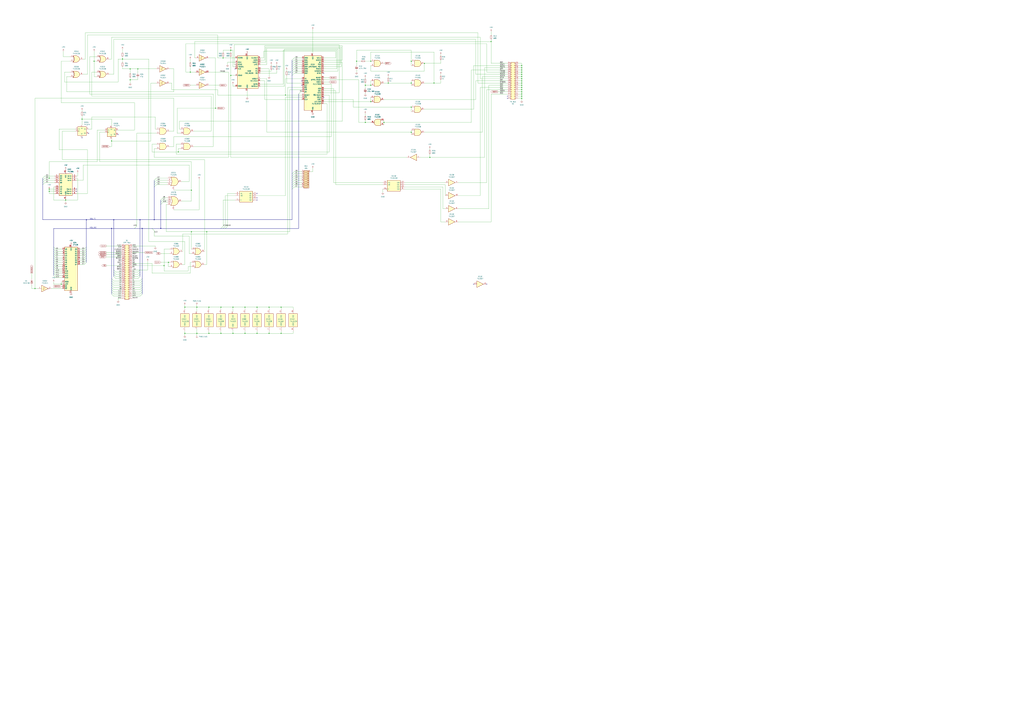
<source format=kicad_sch>
(kicad_sch (version 20211123) (generator eeschema)
  (paper "A0")
  (junction (at 57.15 207.01))
  (junction (at 605.79 104.14))
  (junction (at 499.11 182.88))
  (junction (at 129.54 163.83))
  (junction (at 256.54 356.87))
  (junction (at 477.52 71.12))
  (junction (at 450.85 96.52))
  (junction (at 214.63 356.87))
  (junction (at 430.53 71.12))
  (junction (at 477.52 96.52))
  (junction (at 228.6 356.87))
  (junction (at 222.25 220.98))
  (junction (at 151.13 92.71))
  (junction (at 207.01 176.53))
  (junction (at 424.18 99.06))
  (junction (at 228.6 387.35))
  (junction (at 492.76 73.66))
  (junction (at 605.79 99.06))
  (junction (at 503.936 96.52))
  (junction (at 195.58 304.8))
  (junction (at 326.39 387.35))
  (junction (at 445.77 142.24))
  (junction (at 270.51 387.35))
  (junction (at 605.79 111.76))
  (junction (at 71.12 330.2))
  (junction (at 605.79 78.74))
  (junction (at 142.24 68.58))
  (junction (at 256.54 387.35))
  (junction (at 477.52 124.46))
  (junction (at 240.03 269.24))
  (junction (at 284.48 356.87))
  (junction (at 242.57 356.87))
  (junction (at 151.13 80.01))
  (junction (at 242.57 387.35))
  (junction (at 95.25 138.43))
  (junction (at 477.52 153.67))
  (junction (at 160.02 80.01))
  (junction (at 57.15 219.71))
  (junction (at 605.79 101.6))
  (junction (at 259.08 67.31))
  (junction (at 605.79 91.44))
  (junction (at 331.47 110.49))
  (junction (at 100.33 255.27))
  (junction (at 222.25 269.24))
  (junction (at 570.23 48.26))
  (junction (at 132.08 255.27))
  (junction (at 214.63 387.35))
  (junction (at 605.79 83.82))
  (junction (at 190.5 308.61))
  (junction (at 57.15 222.25))
  (junction (at 267.97 58.42))
  (junction (at 40.64 335.28))
  (junction (at 129.54 265.43))
  (junction (at 270.51 356.87))
  (junction (at 326.39 356.87))
  (junction (at 186.69 265.43))
  (junction (at 605.79 76.2))
  (junction (at 605.79 109.22))
  (junction (at 605.79 93.98))
  (junction (at 298.45 387.35))
  (junction (at 267.97 87.63))
  (junction (at 76.2 232.41))
  (junction (at 605.79 106.68))
  (junction (at 298.45 356.87))
  (junction (at 165.1 265.43))
  (junction (at 312.42 356.87))
  (junction (at 424.18 142.24))
  (junction (at 284.48 387.35))
  (junction (at 430.53 118.11))
  (junction (at 312.42 387.35))
  (junction (at 220.98 83.82))
  (junction (at 605.79 96.52))
  (junction (at 414.02 71.12))
  (junction (at 430.53 99.06))
  (junction (at 250.19 125.73))
  (junction (at 605.79 114.3))
  (junction (at 162.56 255.27))
  (junction (at 109.22 71.12))
  (junction (at 605.79 86.36))
  (junction (at 605.79 81.28))
  (junction (at 605.79 88.9))
  (junction (at 179.07 255.27))
  (no_connect (at 273.05 80.01))
  (no_connect (at 589.28 111.76))
  (no_connect (at 589.28 114.3))
  (no_connect (at 350.52 93.98))
  (no_connect (at 565.15 330.2))
  (no_connect (at 549.91 330.2))
  (no_connect (at 350.52 99.06))
  (no_connect (at 95.25 160.02))
  (no_connect (at 298.45 232.41))
  (no_connect (at 298.45 229.87))
  (no_connect (at 298.45 224.79))
  (no_connect (at 137.16 156.21))
  (no_connect (at 102.87 154.94))
  (no_connect (at 88.9 222.25))
  (no_connect (at 88.9 219.71))
  (no_connect (at 375.92 85.09))
  (no_connect (at 375.92 113.03))
  (bus_entry (at 179.07 267.97) (size -2.54 -2.54))
  (bus_entry (at 346.71 109.22) (size 2.54 -2.54))
  (bus_entry (at 339.09 201.93) (size 2.54 -2.54))
  (bus_entry (at 129.54 328.93) (size 2.54 2.54))
  (bus_entry (at 339.09 219.71) (size 2.54 -2.54))
  (bus_entry (at 97.79 299.72) (size 2.54 -2.54))
  (bus_entry (at 97.79 302.26) (size 2.54 -2.54))
  (bus_entry (at 97.79 304.8) (size 2.54 -2.54))
  (bus_entry (at 49.53 212.09) (size 2.54 -2.54))
  (bus_entry (at 97.79 297.18) (size 2.54 -2.54))
  (bus_entry (at 339.09 207.01) (size 2.54 -2.54))
  (bus_entry (at 339.09 217.17) (size 2.54 -2.54))
  (bus_entry (at 129.54 326.39) (size 2.54 2.54))
  (bus_entry (at 261.62 262.89) (size -2.54 2.54))
  (bus_entry (at 97.79 292.1) (size 2.54 -2.54))
  (bus_entry (at 97.79 294.64) (size 2.54 -2.54))
  (bus_entry (at 179.07 214.63) (size 2.54 -2.54))
  (bus_entry (at 339.09 87.63) (size 2.54 -2.54))
  (bus_entry (at 339.09 214.63) (size 2.54 -2.54))
  (bus_entry (at 339.09 209.55) (size 2.54 -2.54))
  (bus_entry (at 179.07 209.55) (size 2.54 -2.54))
  (bus_entry (at 264.16 262.89) (size -2.54 2.54))
  (bus_entry (at 129.54 336.55) (size 2.54 2.54))
  (bus_entry (at 129.54 331.47) (size 2.54 2.54))
  (bus_entry (at 49.53 207.01) (size 2.54 -2.54))
  (bus_entry (at 49.53 214.63) (size 2.54 -2.54))
  (bus_entry (at 64.77 322.58) (size -2.54 -2.54))
  (bus_entry (at 64.77 320.04) (size -2.54 -2.54))
  (bus_entry (at 64.77 317.5) (size -2.54 -2.54))
  (bus_entry (at 64.77 314.96) (size -2.54 -2.54))
  (bus_entry (at 64.77 312.42) (size -2.54 -2.54))
  (bus_entry (at 64.77 309.88) (size -2.54 -2.54))
  (bus_entry (at 64.77 307.34) (size -2.54 -2.54))
  (bus_entry (at 64.77 304.8) (size -2.54 -2.54))
  (bus_entry (at 64.77 302.26) (size -2.54 -2.54))
  (bus_entry (at 64.77 299.72) (size -2.54 -2.54))
  (bus_entry (at 64.77 297.18) (size -2.54 -2.54))
  (bus_entry (at 64.77 294.64) (size -2.54 -2.54))
  (bus_entry (at 97.79 289.56) (size 2.54 -2.54))
  (bus_entry (at 64.77 292.1) (size -2.54 -2.54))
  (bus_entry (at 186.69 232.41) (size 2.54 -2.54))
  (bus_entry (at 179.07 217.17) (size 2.54 -2.54))
  (bus_entry (at 339.09 204.47) (size 2.54 -2.54))
  (bus_entry (at 129.54 334.01) (size 2.54 2.54))
  (bus_entry (at 129.54 339.09) (size 2.54 2.54))
  (bus_entry (at 179.07 212.09) (size 2.54 -2.54))
  (bus_entry (at 64.77 289.56) (size -2.54 -2.54))
  (bus_entry (at 259.08 262.89) (size -2.54 2.54))
  (bus_entry (at 156.21 265.43) (size 2.54 -2.54))
  (bus_entry (at 339.09 74.93) (size 2.54 -2.54))
  (bus_entry (at 339.09 69.85) (size 2.54 -2.54))
  (bus_entry (at 339.09 72.39) (size 2.54 -2.54))
  (bus_entry (at 339.09 82.55) (size 2.54 -2.54))
  (bus_entry (at 339.09 77.47) (size 2.54 -2.54))
  (bus_entry (at 339.09 80.01) (size 2.54 -2.54))
  (bus_entry (at 339.09 85.09) (size 2.54 -2.54))
  (bus_entry (at 186.69 234.95) (size 2.54 -2.54))
  (bus_entry (at 129.54 341.63) (size 2.54 2.54))
  (bus_entry (at 339.09 212.09) (size 2.54 -2.54))
  (bus_entry (at 132.08 318.77) (size 2.54 2.54))
  (bus_entry (at 132.08 316.23) (size 2.54 2.54))
  (bus_entry (at 132.08 313.69) (size 2.54 2.54))
  (bus_entry (at 160.02 316.23) (size 2.54 -2.54))
  (bus_entry (at 160.02 318.77) (size 2.54 -2.54))
  (bus_entry (at 160.02 321.31) (size 2.54 -2.54))
  (bus_entry (at 160.02 323.85) (size 2.54 -2.54))
  (bus_entry (at 132.08 321.31) (size 2.54 2.54))
  (bus_entry (at 186.69 237.49) (size 2.54 -2.54))
  (bus_entry (at 129.54 323.85) (size 2.54 2.54))
  (bus_entry (at 97.79 307.34) (size 2.54 -2.54))
  (bus_entry (at 162.56 326.39) (size 2.54 -2.54))
  (bus_entry (at 162.56 344.17) (size 2.54 -2.54))
  (bus_entry (at 162.56 341.63) (size 2.54 -2.54))
  (bus_entry (at 162.56 339.09) (size 2.54 -2.54))
  (bus_entry (at 162.56 336.55) (size 2.54 -2.54))
  (bus_entry (at 162.56 331.47) (size 2.54 -2.54))
  (bus_entry (at 162.56 328.93) (size 2.54 -2.54))
  (bus_entry (at 162.56 334.01) (size 2.54 -2.54))
  (bus_entry (at 49.53 209.55) (size 2.54 -2.54))
  (wire (pts (xy 201.93 243.84) (xy 231.14 243.84)))
  (wire (pts (xy 270.51 97.79) (xy 270.51 100.33)))
  (wire (pts (xy 109.22 71.12) (xy 111.76 71.12)))
  (wire (pts (xy 52.07 212.09) (xy 63.5 212.09)))
  (wire (pts (xy 360.68 199.39) (xy 363.22 199.39)))
  (wire (pts (xy 101.6 224.79) (xy 101.6 173.99)))
  (wire (pts (xy 109.22 88.9) (xy 109.22 71.12)))
  (wire (pts (xy 153.67 321.31) (xy 160.02 321.31)))
  (wire (pts (xy 175.26 163.83) (xy 129.54 163.83)))
  (wire (pts (xy 511.81 86.36) (xy 511.81 87.63)))
  (bus (pts (xy 129.54 265.43) (xy 129.54 323.85)))
  (wire (pts (xy 71.12 71.12) (xy 71.12 119.38)))
  (bus (pts (xy 339.09 77.47) (xy 339.09 80.01)))
  (wire (pts (xy 153.67 326.39) (xy 162.56 326.39)))
  (wire (pts (xy 57.15 224.79) (xy 57.15 222.25)))
  (wire (pts (xy 101.6 40.64) (xy 101.6 86.36)))
  (wire (pts (xy 151.13 80.01) (xy 160.02 80.01)))
  (wire (pts (xy 158.75 154.94) (xy 181.61 154.94)))
  (wire (pts (xy 341.63 214.63) (xy 350.52 214.63)))
  (wire (pts (xy 499.11 179.07) (xy 499.11 182.88)))
  (wire (pts (xy 204.47 167.64) (xy 204.47 179.07)))
  (wire (pts (xy 511.81 69.85) (xy 511.81 73.66)))
  (wire (pts (xy 375.92 72.39) (xy 397.51 72.39)))
  (bus (pts (xy 100.33 292.1) (xy 100.33 294.64)))
  (bus (pts (xy 62.23 307.34) (xy 62.23 304.8)))
  (wire (pts (xy 549.91 127) (xy 549.91 76.2)))
  (wire (pts (xy 106.68 149.86) (xy 106.68 135.89)))
  (wire (pts (xy 379.73 120.65) (xy 375.92 120.65)))
  (wire (pts (xy 350.52 113.03) (xy 331.47 113.03)))
  (wire (pts (xy 601.98 78.74) (xy 605.79 78.74)))
  (wire (pts (xy 219.71 274.32) (xy 179.07 274.32)))
  (wire (pts (xy 387.35 212.09) (xy 387.35 102.87)))
  (wire (pts (xy 570.23 36.83) (xy 570.23 40.64)))
  (wire (pts (xy 228.6 387.35) (xy 228.6 389.89)))
  (wire (pts (xy 307.34 115.57) (xy 350.52 115.57)))
  (wire (pts (xy 153.67 334.01) (xy 162.56 334.01)))
  (wire (pts (xy 341.63 212.09) (xy 350.52 212.09)))
  (wire (pts (xy 74.93 95.25) (xy 137.16 95.25)))
  (wire (pts (xy 220.98 77.47) (xy 220.98 83.82)))
  (wire (pts (xy 601.98 96.52) (xy 605.79 96.52)))
  (wire (pts (xy 302.26 72.39) (xy 308.61 72.39)))
  (wire (pts (xy 193.04 237.49) (xy 193.04 269.24)))
  (wire (pts (xy 469.9 214.63) (xy 516.89 214.63)))
  (bus (pts (xy 129.54 323.85) (xy 129.54 326.39)))
  (wire (pts (xy 312.42 80.01) (xy 312.42 88.9)))
  (wire (pts (xy 302.26 80.01) (xy 312.42 80.01)))
  (wire (pts (xy 363.22 199.39) (xy 363.22 195.58)))
  (wire (pts (xy 127 68.58) (xy 129.54 68.58)))
  (bus (pts (xy 132.08 255.27) (xy 132.08 313.69)))
  (wire (pts (xy 62.23 232.41) (xy 62.23 217.17)))
  (wire (pts (xy 212.09 307.34) (xy 214.63 307.34)))
  (wire (pts (xy 393.7 107.95) (xy 393.7 52.07)))
  (wire (pts (xy 514.35 242.57) (xy 514.35 217.17)))
  (wire (pts (xy 63.5 219.71) (xy 57.15 219.71)))
  (wire (pts (xy 393.7 52.07) (xy 271.78 52.07)))
  (wire (pts (xy 181.61 214.63) (xy 194.31 214.63)))
  (wire (pts (xy 137.16 349.25) (xy 137.16 346.71)))
  (wire (pts (xy 312.42 356.87) (xy 326.39 356.87)))
  (wire (pts (xy 106.68 111.76) (xy 245.11 111.76)))
  (wire (pts (xy 469.9 212.09) (xy 516.89 212.09)))
  (wire (pts (xy 181.61 96.52) (xy 175.26 96.52)))
  (bus (pts (xy 100.33 297.18) (xy 100.33 299.72)))
  (wire (pts (xy 341.63 67.31) (xy 350.52 67.31)))
  (wire (pts (xy 532.13 242.57) (xy 567.69 242.57)))
  (wire (pts (xy 336.55 104.14) (xy 350.52 104.14)))
  (wire (pts (xy 59.69 335.28) (xy 72.39 335.28)))
  (wire (pts (xy 72.39 330.2) (xy 71.12 330.2)))
  (wire (pts (xy 76.2 232.41) (xy 62.23 232.41)))
  (wire (pts (xy 389.89 105.41) (xy 389.89 214.63)))
  (bus (pts (xy 132.08 255.27) (xy 162.56 255.27)))
  (wire (pts (xy 142.24 66.04) (xy 142.24 68.58)))
  (wire (pts (xy 90.17 232.41) (xy 76.2 232.41)))
  (wire (pts (xy 601.98 76.2) (xy 605.79 76.2)))
  (wire (pts (xy 64.77 304.8) (xy 72.39 304.8)))
  (wire (pts (xy 201.93 152.4) (xy 201.93 114.3)))
  (wire (pts (xy 73.66 66.04) (xy 73.66 59.69)))
  (wire (pts (xy 414.02 71.12) (xy 419.1 71.12)))
  (wire (pts (xy 267.97 58.42) (xy 267.97 60.96)))
  (wire (pts (xy 153.67 293.37) (xy 167.64 293.37)))
  (wire (pts (xy 153.67 318.77) (xy 160.02 318.77)))
  (wire (pts (xy 424.18 99.06) (xy 430.53 99.06)))
  (bus (pts (xy 179.07 217.17) (xy 179.07 255.27)))
  (wire (pts (xy 132.08 334.01) (xy 140.97 334.01)))
  (bus (pts (xy 261.62 265.43) (xy 346.71 265.43)))
  (bus (pts (xy 62.23 294.64) (xy 62.23 292.1)))
  (wire (pts (xy 92.71 294.64) (xy 97.79 294.64)))
  (wire (pts (xy 195.58 304.8) (xy 196.85 304.8)))
  (wire (pts (xy 214.63 354.33) (xy 214.63 356.87)))
  (bus (pts (xy 165.1 328.93) (xy 165.1 331.47)))
  (wire (pts (xy 503.936 96.52) (xy 511.81 96.52)))
  (wire (pts (xy 308.61 72.39) (xy 308.61 54.61)))
  (wire (pts (xy 391.16 80.01) (xy 375.92 80.01)))
  (wire (pts (xy 176.53 167.64) (xy 176.53 176.53)))
  (wire (pts (xy 123.19 295.91) (xy 140.97 295.91)))
  (wire (pts (xy 340.36 356.87) (xy 340.36 359.41)))
  (wire (pts (xy 287.02 113.03) (xy 287.02 105.41)))
  (wire (pts (xy 204.47 179.07) (xy 379.73 179.07)))
  (wire (pts (xy 570.23 109.22) (xy 589.28 109.22)))
  (wire (pts (xy 265.43 182.88) (xy 265.43 83.82)))
  (wire (pts (xy 332.74 96.52) (xy 350.52 96.52)))
  (wire (pts (xy 179.07 172.72) (xy 179.07 182.88)))
  (wire (pts (xy 71.12 119.38) (xy 156.21 119.38)))
  (wire (pts (xy 477.52 99.06) (xy 477.52 96.52)))
  (bus (pts (xy 100.33 255.27) (xy 100.33 287.02)))
  (wire (pts (xy 222.25 304.8) (xy 220.98 304.8)))
  (wire (pts (xy 312.42 387.35) (xy 298.45 387.35)))
  (wire (pts (xy 153.67 339.09) (xy 162.56 339.09)))
  (bus (pts (xy 339.09 82.55) (xy 339.09 85.09)))
  (wire (pts (xy 96.52 209.55) (xy 96.52 191.77)))
  (wire (pts (xy 151.13 92.71) (xy 151.13 96.52)))
  (bus (pts (xy 346.71 109.22) (xy 346.71 265.43)))
  (wire (pts (xy 127 170.18) (xy 129.54 170.18)))
  (wire (pts (xy 306.07 59.69) (xy 389.89 59.69)))
  (wire (pts (xy 332.74 87.63) (xy 332.74 96.52)))
  (wire (pts (xy 375.92 105.41) (xy 389.89 105.41)))
  (wire (pts (xy 302.26 82.55) (xy 314.96 82.55)))
  (bus (pts (xy 179.07 255.27) (xy 339.09 255.27)))
  (wire (pts (xy 90.17 207.01) (xy 90.17 232.41)))
  (wire (pts (xy 379.73 179.07) (xy 379.73 120.65)))
  (wire (pts (xy 605.79 114.3) (xy 605.79 116.84)))
  (bus (pts (xy 339.09 209.55) (xy 339.09 212.09)))
  (wire (pts (xy 207.01 172.72) (xy 209.55 172.72)))
  (wire (pts (xy 214.63 307.34) (xy 214.63 280.67)))
  (bus (pts (xy 339.09 201.93) (xy 339.09 204.47)))
  (wire (pts (xy 511.81 257.81) (xy 516.89 257.81)))
  (wire (pts (xy 220.98 317.5) (xy 176.53 317.5)))
  (wire (pts (xy 190.5 289.56) (xy 190.5 308.61)))
  (bus (pts (xy 49.53 214.63) (xy 49.53 255.27)))
  (wire (pts (xy 424.18 90.17) (xy 424.18 91.44)))
  (wire (pts (xy 589.28 101.6) (xy 557.53 101.6)))
  (bus (pts (xy 100.33 302.26) (xy 100.33 304.8)))
  (wire (pts (xy 52.07 209.55) (xy 63.5 209.55)))
  (wire (pts (xy 601.98 111.76) (xy 605.79 111.76)))
  (wire (pts (xy 123.19 285.75) (xy 140.97 285.75)))
  (wire (pts (xy 477.52 153.67) (xy 477.52 156.21)))
  (wire (pts (xy 137.16 346.71) (xy 140.97 346.71)))
  (wire (pts (xy 71.12 330.2) (xy 62.23 330.2)))
  (bus (pts (xy 62.23 309.88) (xy 62.23 307.34)))
  (wire (pts (xy 477.52 153.67) (xy 477.52 151.13)))
  (wire (pts (xy 511.81 64.77) (xy 511.81 63.5)))
  (wire (pts (xy 77.47 88.9) (xy 77.47 106.68)))
  (wire (pts (xy 220.98 83.82) (xy 227.33 83.82)))
  (wire (pts (xy 237.49 185.42) (xy 72.39 185.42)))
  (wire (pts (xy 349.25 106.68) (xy 350.52 106.68)))
  (wire (pts (xy 237.49 307.34) (xy 240.03 307.34)))
  (wire (pts (xy 565.15 50.8) (xy 565.15 83.82)))
  (wire (pts (xy 605.79 104.14) (xy 605.79 106.68)))
  (wire (pts (xy 601.98 73.66) (xy 605.79 73.66)))
  (wire (pts (xy 307.34 93.98) (xy 307.34 115.57)))
  (wire (pts (xy 298.45 356.87) (xy 298.45 359.41)))
  (wire (pts (xy 92.71 302.26) (xy 97.79 302.26)))
  (wire (pts (xy 554.99 38.1) (xy 99.06 38.1)))
  (wire (pts (xy 387.35 102.87) (xy 375.92 102.87)))
  (wire (pts (xy 64.77 289.56) (xy 72.39 289.56)))
  (wire (pts (xy 605.79 106.68) (xy 605.79 109.22)))
  (wire (pts (xy 196.85 170.18) (xy 201.93 170.18)))
  (wire (pts (xy 171.45 303.53) (xy 171.45 313.69)))
  (wire (pts (xy 302.26 85.09) (xy 321.31 85.09)))
  (wire (pts (xy 201.93 220.98) (xy 222.25 220.98)))
  (wire (pts (xy 331.47 91.44) (xy 350.52 91.44)))
  (wire (pts (xy 341.63 80.01) (xy 350.52 80.01)))
  (wire (pts (xy 554.99 96.52) (xy 554.99 38.1)))
  (wire (pts (xy 445.77 142.24) (xy 547.37 142.24)))
  (bus (pts (xy 165.1 326.39) (xy 165.1 328.93)))
  (wire (pts (xy 201.93 158.75) (xy 384.81 158.75)))
  (bus (pts (xy 179.07 212.09) (xy 179.07 214.63)))
  (bus (pts (xy 339.09 207.01) (xy 339.09 209.55)))
  (wire (pts (xy 64.77 297.18) (xy 72.39 297.18)))
  (wire (pts (xy 115.57 187.96) (xy 115.57 153.67)))
  (wire (pts (xy 264.16 262.89) (xy 264.16 224.79)))
  (wire (pts (xy 552.45 115.57) (xy 445.77 115.57)))
  (wire (pts (xy 132.08 328.93) (xy 140.97 328.93)))
  (wire (pts (xy 134.62 316.23) (xy 140.97 316.23)))
  (wire (pts (xy 577.85 106.68) (xy 589.28 106.68)))
  (wire (pts (xy 36.83 335.28) (xy 36.83 331.47)))
  (wire (pts (xy 511.81 219.71) (xy 469.9 219.71)))
  (wire (pts (xy 142.24 80.01) (xy 151.13 80.01)))
  (wire (pts (xy 36.83 323.85) (xy 36.83 317.5)))
  (wire (pts (xy 208.28 140.97) (xy 208.28 149.86)))
  (bus (pts (xy 339.09 80.01) (xy 339.09 82.55)))
  (wire (pts (xy 218.44 309.88) (xy 222.25 309.88)))
  (wire (pts (xy 312.42 384.81) (xy 312.42 387.35)))
  (wire (pts (xy 397.51 69.85) (xy 375.92 69.85)))
  (wire (pts (xy 153.67 341.63) (xy 162.56 341.63)))
  (wire (pts (xy 549.91 76.2) (xy 589.28 76.2)))
  (wire (pts (xy 205.74 154.94) (xy 209.55 154.94)))
  (wire (pts (xy 156.21 119.38) (xy 156.21 151.13)))
  (wire (pts (xy 450.85 95.25) (xy 450.85 96.52)))
  (wire (pts (xy 284.48 356.87) (xy 298.45 356.87)))
  (wire (pts (xy 302.26 67.31) (xy 306.07 67.31)))
  (wire (pts (xy 201.93 106.68) (xy 201.93 80.01)))
  (wire (pts (xy 450.85 90.17) (xy 450.85 88.9)))
  (wire (pts (xy 259.08 58.42) (xy 267.97 58.42)))
  (wire (pts (xy 605.79 91.44) (xy 605.79 93.98)))
  (bus (pts (xy 165.1 334.01) (xy 165.1 336.55)))
  (bus (pts (xy 339.09 204.47) (xy 339.09 207.01)))
  (wire (pts (xy 129.54 68.58) (xy 129.54 43.18)))
  (wire (pts (xy 601.98 106.68) (xy 605.79 106.68)))
  (wire (pts (xy 424.18 102.87) (xy 424.18 99.06)))
  (wire (pts (xy 321.31 85.09) (xy 321.31 81.28)))
  (wire (pts (xy 129.54 170.18) (xy 129.54 163.83)))
  (bus (pts (xy 156.21 265.43) (xy 165.1 265.43)))
  (wire (pts (xy 389.89 67.31) (xy 375.92 67.31)))
  (wire (pts (xy 52.07 207.01) (xy 57.15 207.01)))
  (wire (pts (xy 332.74 81.28) (xy 332.74 82.55)))
  (wire (pts (xy 71.12 332.74) (xy 72.39 332.74)))
  (wire (pts (xy 601.98 101.6) (xy 605.79 101.6)))
  (wire (pts (xy 341.63 82.55) (xy 350.52 82.55)))
  (wire (pts (xy 90.17 200.66) (xy 90.17 204.47)))
  (wire (pts (xy 123.19 293.37) (xy 140.97 293.37)))
  (wire (pts (xy 414.02 71.12) (xy 414.02 58.42)))
  (bus (pts (xy 62.23 317.5) (xy 62.23 314.96)))
  (wire (pts (xy 72.39 327.66) (xy 71.12 327.66)))
  (wire (pts (xy 306.07 67.31) (xy 306.07 59.69)))
  (wire (pts (xy 414.02 76.2) (xy 414.02 71.12)))
  (wire (pts (xy 127 86.36) (xy 132.08 86.36)))
  (wire (pts (xy 219.71 191.77) (xy 219.71 210.82)))
  (wire (pts (xy 430.53 60.452) (xy 503.936 60.452)))
  (wire (pts (xy 605.79 73.66) (xy 605.79 76.2)))
  (wire (pts (xy 220.98 83.82) (xy 215.9 83.82)))
  (wire (pts (xy 180.34 135.89) (xy 180.34 149.86)))
  (wire (pts (xy 259.08 67.31) (xy 273.05 67.31)))
  (wire (pts (xy 307.34 53.34) (xy 397.51 53.34)))
  (wire (pts (xy 210.82 210.82) (xy 219.71 210.82)))
  (wire (pts (xy 532.13 212.09) (xy 565.15 212.09)))
  (wire (pts (xy 264.16 224.79) (xy 273.05 224.79)))
  (wire (pts (xy 547.37 81.28) (xy 547.37 142.24)))
  (wire (pts (xy 328.93 97.79) (xy 328.93 58.42)))
  (wire (pts (xy 414.02 81.28) (xy 414.02 83.82)))
  (wire (pts (xy 265.43 83.82) (xy 242.57 83.82)))
  (wire (pts (xy 95.25 134.62) (xy 95.25 138.43)))
  (wire (pts (xy 256.54 356.87) (xy 270.51 356.87)))
  (wire (pts (xy 208.28 149.86) (xy 209.55 149.86)))
  (wire (pts (xy 284.48 387.35) (xy 270.51 387.35)))
  (wire (pts (xy 205.74 125.73) (xy 250.19 125.73)))
  (wire (pts (xy 214.63 387.35) (xy 214.63 389.89)))
  (wire (pts (xy 212.09 271.78) (xy 334.01 271.78)))
  (wire (pts (xy 503.936 60.452) (xy 503.936 96.52)))
  (wire (pts (xy 88.9 207.01) (xy 90.17 207.01)))
  (bus (pts (xy 49.53 207.01) (xy 49.53 209.55)))
  (wire (pts (xy 382.27 110.49) (xy 375.92 110.49)))
  (wire (pts (xy 341.63 69.85) (xy 350.52 69.85)))
  (wire (pts (xy 99.06 68.58) (xy 96.52 68.58)))
  (wire (pts (xy 68.58 173.99) (xy 68.58 149.86)))
  (wire (pts (xy 330.2 100.33) (xy 330.2 57.15)))
  (wire (pts (xy 552.45 45.72) (xy 552.45 86.36)))
  (wire (pts (xy 92.71 304.8) (xy 97.79 304.8)))
  (wire (pts (xy 273.05 77.47) (xy 270.51 77.47)))
  (bus (pts (xy 62.23 299.72) (xy 62.23 297.18)))
  (wire (pts (xy 589.28 93.98) (xy 552.45 93.98)))
  (wire (pts (xy 64.77 320.04) (xy 72.39 320.04)))
  (wire (pts (xy 242.57 384.81) (xy 242.57 387.35)))
  (wire (pts (xy 123.19 298.45) (xy 140.97 298.45)))
  (wire (pts (xy 113.03 187.96) (xy 57.15 187.96)))
  (wire (pts (xy 363.22 34.29) (xy 363.22 62.23)))
  (wire (pts (xy 445.77 73.66) (xy 447.04 73.66)))
  (wire (pts (xy 384.81 158.75) (xy 384.81 97.79)))
  (wire (pts (xy 307.34 69.85) (xy 307.34 53.34)))
  (wire (pts (xy 326.39 387.35) (xy 312.42 387.35)))
  (wire (pts (xy 605.79 111.76) (xy 605.79 114.3)))
  (wire (pts (xy 375.92 115.57) (xy 410.21 115.57)))
  (wire (pts (xy 189.23 232.41) (xy 194.31 232.41)))
  (wire (pts (xy 215.9 83.82) (xy 215.9 50.8)))
  (wire (pts (xy 601.98 86.36) (xy 605.79 86.36)))
  (wire (pts (xy 309.88 153.67) (xy 477.52 153.67)))
  (wire (pts (xy 284.48 356.87) (xy 284.48 359.41)))
  (wire (pts (xy 416.56 142.24) (xy 424.18 142.24)))
  (wire (pts (xy 394.97 55.88) (xy 394.97 74.93)))
  (wire (pts (xy 340.36 384.81) (xy 340.36 387.35)))
  (bus (pts (xy 162.56 318.77) (xy 162.56 321.31)))
  (wire (pts (xy 63.5 224.79) (xy 57.15 224.79)))
  (bus (pts (xy 129.54 339.09) (xy 129.54 341.63)))
  (wire (pts (xy 72.39 152.4) (xy 87.63 152.4)))
  (wire (pts (xy 181.61 212.09) (xy 194.31 212.09)))
  (bus (pts (xy 165.1 331.47) (xy 165.1 334.01)))
  (wire (pts (xy 601.98 83.82) (xy 605.79 83.82)))
  (wire (pts (xy 252.73 67.31) (xy 252.73 40.64)))
  (wire (pts (xy 605.79 99.06) (xy 605.79 101.6)))
  (wire (pts (xy 64.77 314.96) (xy 72.39 314.96)))
  (wire (pts (xy 298.45 387.35) (xy 284.48 387.35)))
  (wire (pts (xy 214.63 280.67) (xy 172.72 280.67)))
  (wire (pts (xy 477.52 124.46) (xy 477.52 129.54)))
  (wire (pts (xy 242.57 99.06) (xy 255.27 99.06)))
  (wire (pts (xy 298.45 384.81) (xy 298.45 387.35)))
  (wire (pts (xy 557.53 91.44) (xy 557.53 43.18)))
  (wire (pts (xy 220.98 304.8) (xy 220.98 317.5)))
  (wire (pts (xy 220.98 99.06) (xy 227.33 99.06)))
  (bus (pts (xy 165.1 336.55) (xy 165.1 339.09)))
  (wire (pts (xy 605.79 96.52) (xy 605.79 99.06)))
  (wire (pts (xy 111.76 83.82) (xy 106.68 83.82)))
  (bus (pts (xy 49.53 255.27) (xy 100.33 255.27)))
  (wire (pts (xy 115.57 153.67) (xy 121.92 153.67)))
  (wire (pts (xy 570.23 48.26) (xy 570.23 73.66)))
  (bus (pts (xy 179.07 209.55) (xy 179.07 212.09)))
  (bus (pts (xy 100.33 299.72) (xy 100.33 302.26)))
  (bus (pts (xy 129.54 336.55) (xy 129.54 339.09)))
  (wire (pts (xy 375.92 118.11) (xy 430.53 118.11)))
  (wire (pts (xy 414.02 58.42) (xy 477.52 58.42)))
  (wire (pts (xy 137.16 95.25) (xy 137.16 68.58)))
  (wire (pts (xy 132.08 341.63) (xy 140.97 341.63)))
  (wire (pts (xy 601.98 88.9) (xy 605.79 88.9)))
  (bus (pts (xy 100.33 287.02) (xy 100.33 289.56)))
  (wire (pts (xy 321.31 74.93) (xy 321.31 76.2)))
  (wire (pts (xy 341.63 85.09) (xy 350.52 85.09)))
  (wire (pts (xy 77.47 106.68) (xy 201.93 106.68)))
  (bus (pts (xy 165.1 339.09) (xy 165.1 341.63)))
  (wire (pts (xy 570.23 73.66) (xy 589.28 73.66)))
  (wire (pts (xy 92.71 292.1) (xy 97.79 292.1)))
  (wire (pts (xy 605.79 109.22) (xy 605.79 111.76)))
  (wire (pts (xy 264.16 72.39) (xy 264.16 74.93)))
  (wire (pts (xy 222.25 289.56) (xy 222.25 269.24)))
  (wire (pts (xy 570.23 45.72) (xy 570.23 48.26)))
  (wire (pts (xy 181.61 172.72) (xy 179.07 172.72)))
  (wire (pts (xy 176.53 176.53) (xy 207.01 176.53)))
  (wire (pts (xy 605.79 88.9) (xy 605.79 91.44)))
  (wire (pts (xy 557.53 101.6) (xy 557.53 227.33)))
  (wire (pts (xy 134.62 318.77) (xy 140.97 318.77)))
  (wire (pts (xy 132.08 344.17) (xy 140.97 344.17)))
  (wire (pts (xy 64.77 307.34) (xy 72.39 307.34)))
  (wire (pts (xy 605.79 86.36) (xy 605.79 88.9)))
  (wire (pts (xy 179.07 182.88) (xy 265.43 182.88)))
  (wire (pts (xy 81.28 88.9) (xy 77.47 88.9)))
  (wire (pts (xy 180.34 149.86) (xy 181.61 149.86)))
  (wire (pts (xy 331.47 227.33) (xy 298.45 227.33)))
  (wire (pts (xy 64.77 299.72) (xy 72.39 299.72)))
  (wire (pts (xy 101.6 173.99) (xy 68.58 173.99)))
  (wire (pts (xy 252.73 67.31) (xy 259.08 67.31)))
  (wire (pts (xy 511.81 92.71) (xy 511.81 96.52)))
  (wire (pts (xy 68.58 149.86) (xy 87.63 149.86)))
  (wire (pts (xy 64.77 312.42) (xy 72.39 312.42)))
  (wire (pts (xy 214.63 384.81) (xy 214.63 387.35)))
  (wire (pts (xy 271.78 74.93) (xy 273.05 74.93)))
  (wire (pts (xy 444.5 219.71) (xy 444.5 223.52)))
  (wire (pts (xy 153.67 344.17) (xy 162.56 344.17)))
  (wire (pts (xy 601.98 114.3) (xy 605.79 114.3)))
  (wire (pts (xy 565.15 212.09) (xy 565.15 104.14)))
  (bus (pts (xy 129.54 265.43) (xy 156.21 265.43)))
  (wire (pts (xy 392.43 57.15) (xy 392.43 82.55)))
  (wire (pts (xy 516.89 227.33) (xy 516.89 214.63)))
  (wire (pts (xy 64.77 317.5) (xy 72.39 317.5)))
  (wire (pts (xy 589.28 88.9) (xy 560.07 88.9)))
  (wire (pts (xy 252.73 104.14) (xy 252.73 110.49)))
  (wire (pts (xy 228.6 354.33) (xy 228.6 356.87)))
  (wire (pts (xy 81.28 71.12) (xy 71.12 71.12)))
  (wire (pts (xy 469.9 217.17) (xy 514.35 217.17)))
  (wire (pts (xy 298.45 356.87) (xy 312.42 356.87)))
  (wire (pts (xy 219.71 294.64) (xy 219.71 274.32)))
  (wire (pts (xy 186.69 294.64) (xy 196.85 294.64)))
  (wire (pts (xy 273.05 232.41) (xy 259.08 232.41)))
  (wire (pts (xy 331.47 91.44) (xy 331.47 110.49)))
  (wire (pts (xy 570.23 257.81) (xy 570.23 109.22)))
  (wire (pts (xy 302.26 93.98) (xy 307.34 93.98)))
  (wire (pts (xy 226.06 67.31) (xy 226.06 48.26)))
  (wire (pts (xy 340.36 387.35) (xy 326.39 387.35)))
  (wire (pts (xy 132.08 45.72) (xy 552.45 45.72)))
  (wire (pts (xy 309.88 74.93) (xy 309.88 55.88)))
  (wire (pts (xy 64.77 302.26) (xy 72.39 302.26)))
  (wire (pts (xy 242.57 356.87) (xy 256.54 356.87)))
  (wire (pts (xy 62.23 217.17) (xy 63.5 217.17)))
  (wire (pts (xy 247.65 109.22) (xy 247.65 170.18)))
  (wire (pts (xy 231.14 208.28) (xy 231.14 243.84)))
  (wire (pts (xy 40.64 114.3) (xy 40.64 335.28)))
  (wire (pts (xy 160.02 92.71) (xy 160.02 90.17)))
  (wire (pts (xy 309.88 55.88) (xy 394.97 55.88)))
  (wire (pts (xy 256.54 384.81) (xy 256.54 387.35)))
  (wire (pts (xy 237.49 185.42) (xy 237.49 292.1)))
  (wire (pts (xy 284.48 384.81) (xy 284.48 387.35)))
  (wire (pts (xy 410.21 115.57) (xy 410.21 124.46)))
  (wire (pts (xy 562.61 78.74) (xy 562.61 182.88)))
  (bus (pts (xy 186.69 237.49) (xy 186.69 265.43)))
  (wire (pts (xy 113.03 151.13) (xy 113.03 187.96)))
  (bus (pts (xy 100.33 289.56) (xy 100.33 292.1)))
  (wire (pts (xy 567.69 99.06) (xy 589.28 99.06)))
  (wire (pts (xy 532.13 227.33) (xy 557.53 227.33)))
  (wire (pts (xy 111.76 66.04) (xy 104.14 66.04)))
  (wire (pts (xy 92.71 289.56) (xy 97.79 289.56)))
  (wire (pts (xy 250.19 125.73) (xy 252.73 125.73)))
  (wire (pts (xy 52.07 204.47) (xy 63.5 204.47)))
  (wire (pts (xy 552.45 86.36) (xy 589.28 86.36)))
  (wire (pts (xy 336.55 269.24) (xy 336.55 104.14)))
  (wire (pts (xy 240.03 269.24) (xy 222.25 269.24)))
  (wire (pts (xy 175.26 96.52) (xy 175.26 163.83)))
  (wire (pts (xy 334.01 271.78) (xy 334.01 101.6)))
  (wire (pts (xy 209.55 167.64) (xy 204.47 167.64)))
  (wire (pts (xy 81.28 83.82) (xy 74.93 83.82)))
  (wire (pts (xy 227.33 67.31) (xy 226.06 67.31)))
  (wire (pts (xy 222.25 294.64) (xy 219.71 294.64)))
  (wire (pts (xy 430.53 76.2) (xy 430.53 82.55)))
  (wire (pts (xy 445.77 96.52) (xy 450.85 96.52)))
  (wire (pts (xy 57.15 207.01) (xy 63.5 207.01)))
  (wire (pts (xy 271.78 52.07) (xy 271.78 74.93)))
  (wire (pts (xy 158.75 262.89) (xy 158.75 154.94)))
  (wire (pts (xy 270.51 100.33) (xy 273.05 100.33)))
  (wire (pts (xy 341.63 209.55) (xy 350.52 209.55)))
  (bus (pts (xy 62.23 292.1) (xy 62.23 289.56)))
  (wire (pts (xy 95.25 138.43) (xy 95.25 144.78)))
  (bus (pts (xy 339.09 69.85) (xy 339.09 72.39)))
  (bus (pts (xy 339.09 87.63) (xy 339.09 201.93)))
  (wire (pts (xy 106.68 83.82) (xy 106.68 111.76)))
  (wire (pts (xy 134.62 323.85) (xy 140.97 323.85)))
  (wire (pts (xy 341.63 72.39) (xy 350.52 72.39)))
  (wire (pts (xy 195.58 309.88) (xy 195.58 304.8)))
  (bus (pts (xy 256.54 265.43) (xy 259.08 265.43)))
  (wire (pts (xy 199.39 96.52) (xy 199.39 104.14)))
  (wire (pts (xy 424.18 142.24) (xy 430.53 142.24)))
  (wire (pts (xy 499.11 172.72) (xy 499.11 173.99)))
  (wire (pts (xy 334.01 101.6) (xy 350.52 101.6)))
  (bus (pts (xy 186.69 232.41) (xy 186.69 234.95)))
  (wire (pts (xy 153.67 306.07) (xy 176.53 306.07)))
  (wire (pts (xy 95.25 128.27) (xy 95.25 129.54)))
  (bus (pts (xy 186.69 265.43) (xy 256.54 265.43)))
  (wire (pts (xy 341.63 77.47) (xy 350.52 77.47)))
  (wire (pts (xy 153.67 336.55) (xy 162.56 336.55)))
  (wire (pts (xy 212.09 292.1) (xy 212.09 271.78)))
  (wire (pts (xy 228.6 387.35) (xy 214.63 387.35)))
  (wire (pts (xy 589.28 81.28) (xy 547.37 81.28)))
  (bus (pts (xy 162.56 255.27) (xy 179.07 255.27)))
  (wire (pts (xy 565.15 83.82) (xy 589.28 83.82)))
  (wire (pts (xy 201.93 170.18) (xy 201.93 158.75)))
  (wire (pts (xy 160.02 80.01) (xy 181.61 80.01)))
  (wire (pts (xy 106.68 135.89) (xy 180.34 135.89)))
  (wire (pts (xy 450.85 96.52) (xy 477.52 96.52)))
  (wire (pts (xy 220.98 68.58) (xy 220.98 72.39)))
  (wire (pts (xy 511.81 219.71) (xy 511.81 257.81)))
  (wire (pts (xy 123.19 308.61) (xy 140.97 308.61)))
  (bus (pts (xy 62.23 302.26) (xy 62.23 299.72)))
  (wire (pts (xy 341.63 201.93) (xy 350.52 201.93)))
  (wire (pts (xy 382.27 176.53) (xy 207.01 176.53)))
  (wire (pts (xy 57.15 219.71) (xy 57.15 222.25)))
  (wire (pts (xy 375.92 107.95) (xy 393.7 107.95)))
  (wire (pts (xy 273.05 227.33) (xy 261.62 227.33)))
  (wire (pts (xy 252.73 110.49) (xy 331.47 110.49)))
  (bus (pts (xy 129.54 326.39) (xy 129.54 328.93)))
  (bus (pts (xy 339.09 72.39) (xy 339.09 74.93)))
  (wire (pts (xy 605.79 93.98) (xy 605.79 96.52)))
  (bus (pts (xy 132.08 318.77) (xy 132.08 321.31)))
  (wire (pts (xy 92.71 299.72) (xy 97.79 299.72)))
  (wire (pts (xy 142.24 57.15) (xy 142.24 60.96)))
  (wire (pts (xy 492.76 96.52) (xy 503.936 96.52)))
  (wire (pts (xy 331.47 110.49) (xy 350.52 110.49)))
  (wire (pts (xy 36.83 335.28) (xy 40.64 335.28)))
  (wire (pts (xy 492.76 82.55) (xy 492.76 73.66)))
  (bus (pts (xy 162.56 313.69) (xy 162.56 316.23)))
  (wire (pts (xy 605.79 101.6) (xy 605.79 104.14)))
  (wire (pts (xy 309.88 91.44) (xy 309.88 153.67)))
  (wire (pts (xy 477.52 58.42) (xy 477.52 71.12)))
  (wire (pts (xy 111.76 88.9) (xy 109.22 88.9)))
  (wire (pts (xy 180.34 285.75) (xy 153.67 285.75)))
  (wire (pts (xy 554.99 96.52) (xy 589.28 96.52)))
  (bus (pts (xy 339.09 214.63) (xy 339.09 217.17)))
  (wire (pts (xy 245.11 111.76) (xy 245.11 152.4)))
  (wire (pts (xy 132.08 336.55) (xy 140.97 336.55)))
  (bus (pts (xy 259.08 265.43) (xy 261.62 265.43)))
  (wire (pts (xy 328.93 58.42) (xy 391.16 58.42)))
  (wire (pts (xy 267.97 182.88) (xy 472.44 182.88)))
  (wire (pts (xy 88.9 209.55) (xy 96.52 209.55)))
  (wire (pts (xy 104.14 66.04) (xy 104.14 109.22)))
  (wire (pts (xy 267.97 87.63) (xy 273.05 87.63)))
  (wire (pts (xy 242.57 356.87) (xy 242.57 359.41)))
  (wire (pts (xy 397.51 72.39) (xy 397.51 140.97)))
  (wire (pts (xy 180.34 287.02) (xy 180.34 285.75)))
  (wire (pts (xy 104.14 109.22) (xy 247.65 109.22)))
  (bus (pts (xy 62.23 289.56) (xy 62.23 287.02)))
  (wire (pts (xy 222.25 220.98) (xy 222.25 187.96)))
  (wire (pts (xy 375.92 90.17) (xy 382.27 90.17)))
  (wire (pts (xy 40.64 114.3) (xy 201.93 114.3)))
  (wire (pts (xy 331.47 113.03) (xy 331.47 227.33)))
  (wire (pts (xy 444.5 212.09) (xy 387.35 212.09)))
  (wire (pts (xy 430.53 71.12) (xy 430.53 60.452)))
  (wire (pts (xy 532.13 257.81) (xy 570.23 257.81)))
  (wire (pts (xy 207.01 176.53) (xy 207.01 172.72)))
  (wire (pts (xy 196.85 289.56) (xy 190.5 289.56)))
  (wire (pts (xy 326.39 356.87) (xy 340.36 356.87)))
  (wire (pts (xy 222.25 187.96) (xy 115.57 187.96)))
  (wire (pts (xy 222.25 269.24) (xy 193.04 269.24)))
  (wire (pts (xy 189.23 234.95) (xy 194.31 234.95)))
  (wire (pts (xy 179.07 274.32) (xy 179.07 267.97)))
  (wire (pts (xy 312.42 356.87) (xy 312.42 359.41)))
  (wire (pts (xy 397.51 140.97) (xy 208.28 140.97)))
  (wire (pts (xy 71.12 327.66) (xy 71.12 330.2)))
  (wire (pts (xy 64.77 322.58) (xy 72.39 322.58)))
  (wire (pts (xy 302.26 97.79) (xy 328.93 97.79)))
  (wire (pts (xy 601.98 99.06) (xy 605.79 99.06)))
  (wire (pts (xy 270.51 356.87) (xy 270.51 361.95)))
  (wire (pts (xy 196.85 96.52) (xy 199.39 96.52)))
  (bus (pts (xy 49.53 209.55) (xy 49.53 212.09)))
  (wire (pts (xy 214.63 356.87) (xy 214.63 359.41)))
  (wire (pts (xy 153.67 323.85) (xy 160.02 323.85)))
  (wire (pts (xy 252.73 40.64) (xy 101.6 40.64)))
  (wire (pts (xy 228.6 356.87) (xy 228.6 361.95)))
  (wire (pts (xy 430.53 113.03) (xy 430.53 118.11)))
  (bus (pts (xy 100.33 294.64) (xy 100.33 297.18)))
  (wire (pts (xy 514.35 242.57) (xy 516.89 242.57)))
  (bus (pts (xy 62.23 320.04) (xy 62.23 317.5)))
  (bus (pts (xy 339.09 74.93) (xy 339.09 77.47)))
  (wire (pts (xy 134.62 321.31) (xy 140.97 321.31)))
  (wire (pts (xy 341.63 199.39) (xy 350.52 199.39)))
  (wire (pts (xy 492.76 127) (xy 549.91 127)))
  (wire (pts (xy 181.61 207.01) (xy 194.31 207.01)))
  (wire (pts (xy 391.16 58.42) (xy 391.16 80.01)))
  (wire (pts (xy 62.23 330.2) (xy 62.23 327.66)))
  (bus (pts (xy 339.09 85.09) (xy 339.09 87.63)))
  (wire (pts (xy 601.98 93.98) (xy 605.79 93.98)))
  (wire (pts (xy 240.03 269.24) (xy 336.55 269.24)))
  (wire (pts (xy 424.18 96.52) (xy 424.18 99.06)))
  (wire (pts (xy 392.43 82.55) (xy 375.92 82.55)))
  (wire (pts (xy 567.69 99.06) (xy 567.69 242.57)))
  (wire (pts (xy 57.15 187.96) (xy 57.15 207.01)))
  (wire (pts (xy 228.6 356.87) (xy 242.57 356.87)))
  (wire (pts (xy 273.05 72.39) (xy 264.16 72.39)))
  (wire (pts (xy 396.24 54.61) (xy 396.24 77.47)))
  (wire (pts (xy 270.51 77.47) (xy 270.51 58.42)))
  (bus (pts (xy 62.23 312.42) (xy 62.23 309.88)))
  (wire (pts (xy 142.24 77.47) (xy 142.24 80.01)))
  (wire (pts (xy 341.63 74.93) (xy 350.52 74.93)))
  (wire (pts (xy 92.71 297.18) (xy 97.79 297.18)))
  (wire (pts (xy 153.67 328.93) (xy 162.56 328.93)))
  (wire (pts (xy 601.98 104.14) (xy 605.79 104.14)))
  (wire (pts (xy 101.6 86.36) (xy 96.52 86.36)))
  (wire (pts (xy 375.92 95.25) (xy 382.27 95.25)))
  (wire (pts (xy 589.28 91.44) (xy 557.53 91.44)))
  (wire (pts (xy 389.89 214.63) (xy 444.5 214.63)))
  (wire (pts (xy 605.79 81.28) (xy 605.79 83.82)))
  (bus (pts (xy 179.07 214.63) (xy 179.07 217.17)))
  (bus (pts (xy 176.53 265.43) (xy 186.69 265.43)))
  (wire (pts (xy 565.15 104.14) (xy 589.28 104.14)))
  (wire (pts (xy 64.77 292.1) (xy 72.39 292.1)))
  (wire (pts (xy 190.5 308.61) (xy 190.5 314.96)))
  (wire (pts (xy 210.82 233.68) (xy 222.25 233.68)))
  (bus (pts (xy 100.33 255.27) (xy 132.08 255.27)))
  (wire (pts (xy 96.52 191.77) (xy 219.71 191.77)))
  (wire (pts (xy 172.72 68.58) (xy 142.24 68.58)))
  (bus (pts (xy 339.09 219.71) (xy 339.09 255.27)))
  (wire (pts (xy 267.97 87.63) (xy 267.97 182.88)))
  (wire (pts (xy 153.67 308.61) (xy 190.5 308.61)))
  (wire (pts (xy 259.08 66.04) (xy 259.08 67.31)))
  (wire (pts (xy 132.08 331.47) (xy 140.97 331.47)))
  (wire (pts (xy 190.5 314.96) (xy 218.44 314.96)))
  (wire (pts (xy 416.56 92.71) (xy 416.56 142.24)))
  (wire (pts (xy 222.25 233.68) (xy 222.25 220.98)))
  (wire (pts (xy 445.77 139.7) (xy 445.77 142.24)))
  (wire (pts (xy 384.81 97.79) (xy 375.92 97.79)))
  (wire (pts (xy 247.65 170.18) (xy 224.79 170.18)))
  (wire (pts (xy 499.11 182.88) (xy 487.68 182.88)))
  (wire (pts (xy 552.45 93.98) (xy 552.45 115.57)))
  (bus (pts (xy 132.08 316.23) (xy 132.08 318.77)))
  (wire (pts (xy 424.18 132.08) (xy 424.18 134.62)))
  (wire (pts (xy 228.6 382.27) (xy 228.6 387.35)))
  (wire (pts (xy 589.28 78.74) (xy 562.61 78.74)))
  (bus (pts (xy 339.09 212.09) (xy 339.09 214.63)))
  (wire (pts (xy 256.54 356.87) (xy 256.54 359.41)))
  (wire (pts (xy 560.07 153.67) (xy 492.76 153.67)))
  (wire (pts (xy 267.97 57.15) (xy 267.97 58.42)))
  (wire (pts (xy 64.77 294.64) (xy 72.39 294.64)))
  (wire (pts (xy 81.28 66.04) (xy 73.66 66.04)))
  (wire (pts (xy 601.98 109.22) (xy 605.79 109.22)))
  (wire (pts (xy 129.54 43.18) (xy 557.53 43.18)))
  (wire (pts (xy 196.85 152.4) (xy 201.93 152.4)))
  (wire (pts (xy 605.79 83.82) (xy 605.79 86.36)))
  (wire (pts (xy 132.08 339.09) (xy 140.97 339.09)))
  (wire (pts (xy 129.54 138.43) (xy 129.54 146.05)))
  (wire (pts (xy 424.18 107.95) (xy 424.18 109.22)))
  (wire (pts (xy 171.45 313.69) (xy 162.56 313.69)))
  (wire (pts (xy 511.81 73.66) (xy 492.76 73.66)))
  (wire (pts (xy 601.98 91.44) (xy 605.79 91.44)))
  (wire (pts (xy 102.87 149.86) (xy 106.68 149.86)))
  (wire (pts (xy 205.74 125.73) (xy 205.74 154.94)))
  (bus (pts (xy 339.09 217.17) (xy 339.09 219.71)))
  (bus (pts (xy 165.1 265.43) (xy 165.1 323.85)))
  (wire (pts (xy 601.98 81.28) (xy 605.79 81.28)))
  (wire (pts (xy 142.24 68.58) (xy 142.24 72.39)))
  (wire (pts (xy 74.93 83.82) (xy 74.93 95.25)))
  (wire (pts (xy 57.15 222.25) (xy 63.5 222.25)))
  (wire (pts (xy 129.54 138.43) (xy 95.25 138.43)))
  (bus (pts (xy 62.23 297.18) (xy 62.23 294.64)))
  (wire (pts (xy 424.18 71.12) (xy 430.53 71.12)))
  (wire (pts (xy 341.63 204.47) (xy 350.52 204.47)))
  (wire (pts (xy 270.51 383.54) (xy 270.51 387.35)))
  (wire (pts (xy 226.06 48.26) (xy 570.23 48.26)))
  (wire (pts (xy 259.08 60.96) (xy 259.08 58.42)))
  (wire (pts (xy 153.67 316.23) (xy 160.02 316.23)))
  (wire (pts (xy 308.61 54.61) (xy 396.24 54.61)))
  (wire (pts (xy 396.24 77.47) (xy 375.92 77.47)))
  (wire (pts (xy 88.9 204.47) (xy 90.17 204.47)))
  (wire (pts (xy 245.11 152.4) (xy 224.79 152.4)))
  (wire (pts (xy 218.44 314.96) (xy 218.44 309.88)))
  (wire (pts (xy 389.89 59.69) (xy 389.89 67.31)))
  (wire (pts (xy 382.27 110.49) (xy 382.27 176.53)))
  (wire (pts (xy 302.26 100.33) (xy 330.2 100.33)))
  (wire (pts (xy 109.22 59.69) (xy 109.22 71.12)))
  (wire (pts (xy 40.64 335.28) (xy 44.45 335.28)))
  (bus (pts (xy 165.1 265.43) (xy 176.53 265.43)))
  (wire (pts (xy 314.96 74.93) (xy 314.96 76.2)))
  (wire (pts (xy 477.52 96.52) (xy 477.52 93.98)))
  (wire (pts (xy 326.39 356.87) (xy 326.39 359.41)))
  (wire (pts (xy 72.39 185.42) (xy 72.39 152.4)))
  (wire (pts (xy 270.51 58.42) (xy 267.97 58.42)))
  (wire (pts (xy 394.97 74.93) (xy 375.92 74.93)))
  (wire (pts (xy 302.26 69.85) (xy 307.34 69.85)))
  (wire (pts (xy 92.71 307.34) (xy 97.79 307.34)))
  (wire (pts (xy 477.52 71.12) (xy 477.52 76.2)))
  (wire (pts (xy 162.56 313.69) (xy 153.67 313.69)))
  (bus (pts (xy 129.54 334.01) (xy 129.54 336.55)))
  (wire (pts (xy 199.39 104.14) (xy 252.73 104.14)))
  (wire (pts (xy 193.04 237.49) (xy 194.31 237.49)))
  (wire (pts (xy 160.02 80.01) (xy 160.02 85.09)))
  (wire (pts (xy 499.11 182.88) (xy 562.61 182.88)))
  (wire (pts (xy 302.26 91.44) (xy 309.88 91.44)))
  (wire (pts (xy 256.54 387.35) (xy 242.57 387.35)))
  (wire (pts (xy 326.39 384.81) (xy 326.39 387.35)))
  (bus (pts (xy 49.53 212.09) (xy 49.53 214.63)))
  (wire (pts (xy 172.72 280.67) (xy 172.72 68.58)))
  (wire (pts (xy 176.53 317.5) (xy 176.53 306.07)))
  (bus (pts (xy 129.54 328.93) (xy 129.54 331.47)))
  (bus (pts (xy 162.56 316.23) (xy 162.56 318.77)))
  (wire (pts (xy 242.57 387.35) (xy 228.6 387.35)))
  (wire (pts (xy 341.63 217.17) (xy 350.52 217.17)))
  (wire (pts (xy 259.08 232.41) (xy 259.08 262.89)))
  (wire (pts (xy 99.06 38.1) (xy 99.06 68.58)))
  (bus (pts (xy 62.23 304.8) (xy 62.23 302.26)))
  (wire (pts (xy 397.51 53.34) (xy 397.51 69.85)))
  (wire (pts (xy 88.9 224.79) (xy 101.6 224.79)))
  (wire (pts (xy 132.08 86.36) (xy 132.08 45.72)))
  (wire (pts (xy 189.23 229.87) (xy 194.31 229.87)))
  (wire (pts (xy 153.67 331.47) (xy 162.56 331.47)))
  (wire (pts (xy 375.92 92.71) (xy 416.56 92.71)))
  (bus (pts (xy 162.56 255.27) (xy 162.56 313.69)))
  (wire (pts (xy 341.63 207.01) (xy 350.52 207.01)))
  (wire (pts (xy 151.13 92.71) (xy 160.02 92.71)))
  (wire (pts (xy 605.79 78.74) (xy 605.79 81.28)))
  (bus (pts (xy 62.23 314.96) (xy 62.23 312.42)))
  (wire (pts (xy 201.93 80.01) (xy 196.85 80.01)))
  (wire (pts (xy 410.21 124.46) (xy 477.52 124.46)))
  (bus (pts (xy 62.23 265.43) (xy 129.54 265.43)))
  (wire (pts (xy 270.51 356.87) (xy 284.48 356.87)))
  (bus (pts (xy 186.69 234.95) (xy 186.69 237.49)))
  (wire (pts (xy 196.85 309.88) (xy 195.58 309.88)))
  (wire (pts (xy 445.77 142.24) (xy 445.77 144.78)))
  (wire (pts (xy 270.51 387.35) (xy 256.54 387.35)))
  (wire (pts (xy 605.79 76.2) (xy 605.79 78.74)))
  (wire (pts (xy 430.53 93.98) (xy 430.53 99.06)))
  (wire (pts (xy 76.2 232.41) (xy 76.2 234.95)))
  (wire (pts (xy 314.96 82.55) (xy 314.96 81.28)))
  (wire (pts (xy 240.03 307.34) (xy 240.03 269.24)))
  (bus (pts (xy 132.08 313.69) (xy 132.08 316.23)))
  (wire (pts (xy 132.08 326.39) (xy 140.97 326.39)))
  (wire (pts (xy 560.07 88.9) (xy 560.07 153.67)))
  (bus (pts (xy 62.23 287.02) (xy 62.23 265.43)))
  (wire (pts (xy 215.9 50.8) (xy 565.15 50.8)))
  (wire (pts (xy 181.61 167.64) (xy 176.53 167.64)))
  (wire (pts (xy 129.54 163.83) (xy 129.54 161.29)))
  (bus (pts (xy 165.1 323.85) (xy 165.1 326.39)))
  (wire (pts (xy 156.21 151.13) (xy 137.16 151.13)))
  (wire (pts (xy 64.77 309.88) (xy 72.39 309.88)))
  (wire (pts (xy 250.19 67.31) (xy 250.19 125.73)))
  (wire (pts (xy 261.62 227.33) (xy 261.62 262.89)))
  (bus (pts (xy 129.54 331.47) (xy 129.54 334.01)))
  (wire (pts (xy 137.16 68.58) (xy 142.24 68.58)))
  (wire (pts (xy 186.69 304.8) (xy 195.58 304.8)))
  (wire (pts (xy 330.2 57.15) (xy 392.43 57.15)))
  (wire (pts (xy 430.53 82.55) (xy 492.76 82.55)))
  (wire (pts (xy 267.97 66.04) (xy 267.97 87.63)))
  (wire (pts (xy 181.61 209.55) (xy 194.31 209.55)))
  (wire (pts (xy 302.26 74.93) (xy 309.88 74.93)))
  (wire (pts (xy 242.57 67.31) (xy 250.19 67.31)))
  (wire (pts (xy 214.63 356.87) (xy 228.6 356.87)))
  (wire (pts (xy 121.92 151.13) (xy 113.03 151.13)))
  (wire (pts (xy 424.18 142.24) (xy 424.18 139.7)))
  (wire (pts (xy 151.13 90.17) (xy 151.13 92.71)))
  (wire (pts (xy 151.13 80.01) (xy 151.13 85.09)))
  (label "D3" (at 95.25 297.18 0))
  (label "A2" (at 64.77 294.64 0))
  (label "~{HALT}" (at 140.97 306.07 180))
  (label "D3" (at 153.67 318.77 0))
  (label "A13" (at 153.67 341.63 0))
  (label "~{DS2}" (at 580.39 99.06 0))
  (label "~{RDY}" (at 580.39 73.66 0))
  (label "~{WR}" (at 153.67 306.07 0))
  (label "A1" (at 64.77 292.1 0))
  (label "READY" (at 153.67 298.45 0))
  (label "A0" (at 140.97 326.39 180))
  (label "D0" (at 342.9 199.39 0))
  (label "D0" (at 95.25 289.56 0))
  (label "D1" (at 153.67 316.23 0))
  (label "~{MREQ}" (at 140.97 313.69 180))
  (label "~{BUSAK}" (at 140.97 300.99 180))
  (label "D[0..7]" (at 104.14 255.27 0))
  (label "A6" (at 64.77 304.8 0))
  (label "D1" (at 342.9 69.85 0))
  (label "A11" (at 64.77 317.5 0))
  (label "A15" (at 153.67 344.17 0))
  (label "A7" (at 64.77 307.34 0))
  (label "A14" (at 140.97 344.17 180))
  (label "D7" (at 95.25 307.34 0))
  (label "D0" (at 53.34 207.01 0))
  (label "~{NMI}" (at 140.97 303.53 180))
  (label "A8" (at 140.97 336.55 180))
  (label "~{RSET}" (at 153.67 295.91 0))
  (label "A4" (at 64.77 299.72 0))
  (label "TRK00" (at 255.27 83.82 0))
  (label "D2" (at 95.25 294.64 0))
  (label "~{IORQ}" (at 153.67 308.61 0))
  (label "~{BUSRQ}" (at 153.67 300.99 0))
  (label "A10" (at 64.77 314.96 0))
  (label "~{WGATE}" (at 580.39 86.36 0))
  (label "A5" (at 153.67 331.47 0))
  (label "D6" (at 140.97 323.85 180))
  (label "D3" (at 342.9 74.93 0))
  (label "D3" (at 53.34 204.47 0))
  (label "A9" (at 153.67 336.55 0))
  (label "D2" (at 342.9 204.47 0))
  (label "D5" (at 153.67 321.31 0))
  (label "D4" (at 95.25 299.72 0))
  (label "D5" (at 95.25 302.26 0))
  (label "A7" (at 189.23 232.41 0))
  (label "A8" (at 64.77 309.88 0))
  (label "A8" (at 261.62 262.89 0))
  (label "~{M1}" (at 153.67 311.15 0))
  (label "CLK4" (at 140.97 285.75 180))
  (label "~{WDATA}" (at 580.39 88.9 0))
  (label "A8" (at 189.23 229.87 0))
  (label "A0" (at 64.77 289.56 0))
  (label "D6" (at 342.9 82.55 0))
  (label "D2" (at 53.34 212.09 0))
  (label "~{WPT}" (at 580.39 81.28 0))
  (label "A0" (at 350.52 106.68 180))
  (label "~{RAMRD}" (at 140.97 293.37 180))
  (label "D1" (at 95.25 292.1 0))
  (label "A2" (at 140.97 328.93 180))
  (label "~{EXP}" (at 140.97 288.29 180))
  (label "D3" (at 342.9 207.01 0))
  (label "ROMDIS" (at 153.67 293.37 0))
  (label "~{DS3}" (at 580.39 109.22 0))
  (label "~{INT}" (at 153.67 303.53 0))
  (label "~{MTRON}" (at 580.39 96.52 0))
  (label "A3" (at 64.77 297.18 0))
  (label "D7" (at 182.88 207.01 0))
  (label "~{DS0}" (at 580.39 104.14 0))
  (label "A15" (at 158.75 262.89 180))
  (label "~{ROMEN}" (at 140.97 295.91 180))
  (label "A12" (at 140.97 341.63 180))
  (label "A[0..15]" (at 104.14 265.43 0))
  (label "~{SIDE1}" (at 580.39 76.2 0))
  (label "D2" (at 342.9 72.39 0))
  (label "A13" (at 179.07 270.51 0))
  (label "A10" (at 140.97 339.09 180))
  (label "D5" (at 182.88 212.09 0))
  (label "D6" (at 182.88 209.55 0))
  (label "~{RD}" (at 140.97 308.61 180))
  (label "~{DS1}" (at 580.39 101.6 0))
  (label "A10" (at 189.23 234.95 0))
  (label "A12" (at 64.77 320.04 0))
  (label "A6" (at 140.97 334.01 180))
  (label "CURSOR" (at 140.97 290.83 180))
  (label "~{TRK00}" (at 580.39 83.82 0))
  (label "A5" (at 64.77 302.26 0))
  (label "Sound" (at 153.67 346.71 0))
  (label "~{BRST}" (at 140.97 298.45 180))
  (label "D2" (at 140.97 318.77 180))
  (label "~{INDEX}" (at 580.39 106.68 0))
  (label "D4" (at 342.9 77.47 0))
  (label "D1" (at 342.9 201.93 0))
  (label "A3" (at 153.67 328.93 0))
  (label "~{STEP}" (at 580.39 91.44 0))
  (label "D1" (at 53.34 209.55 0))
  (label "D4" (at 182.88 214.63 0))
  (label "RAMDIS" (at 153.67 290.83 0))
  (label "D0" (at 342.9 67.31 0))
  (label "LPEN" (at 153.67 288.29 0))
  (label "A4" (at 140.97 331.47 180))
  (label "D7" (at 342.9 217.17 0))
  (label "A13" (at 64.77 322.58 0))
  (label "A7" (at 259.08 262.89 0))
  (label "D6" (at 95.25 304.8 0))
  (label "D4" (at 342.9 209.55 0))
  (label "~{DIR}" (at 580.39 93.98 0))
  (label "~{RFSH}" (at 140.97 311.15 180))
  (label "D0" (at 140.97 316.23 180))
  (label "GND" (at 140.97 346.71 180))
  (label "D5" (at 342.9 212.09 0))
  (label "A7" (at 153.67 334.01 0))
  (label "~{RDATA}" (at 580.39 78.74 0))
  (label "A1" (at 153.67 326.39 0))
  (label "D7" (at 342.9 85.09 0))
  (label "+5V" (at 153.67 313.69 0))
  (label "D5" (at 342.9 80.01 0))
  (label "D6" (at 342.9 214.63 0))
  (label "A11" (at 153.67 339.09 0))
  (label "A9" (at 64.77 312.42 0))
  (label "A10" (at 264.16 262.89 0))
  (label "D4" (at 140.97 321.31 180))
  (label "GND" (at 153.67 285.75 0))
  (label "D7" (at 153.67 323.85 0))
  (global_label "READY" (shape input) (at 382.27 90.17 0) (property "Intersheet References" "${INTERSHEET_REFS}" (effects hide)))
  (global_label "~{RD}" (shape output) (at 123.19 308.61 180) (property "Intersheet References" "${INTERSHEET_REFS}" (effects hide)))
  (global_label "~{ROMEN}" (shape input) (at 71.12 332.74 180) (property "Intersheet References" "${INTERSHEET_REFS}" (effects hide)))
  (global_label "~{BRST}" (shape input) (at 123.19 298.45 180) (property "Intersheet References" "${INTERSHEET_REFS}" (effects hide)))
  (global_label "~{INDEX}" (shape input) (at 220.98 99.06 180) (property "Intersheet References" "${INTERSHEET_REFS}" (effects hide)))
  (global_label "CLK4" (shape output) (at 123.19 285.75 180) (property "Intersheet References" "${INTERSHEET_REFS}" (effects hide)))
  (global_label "ROMDIS" (shape output) (at 36.83 317.5 90) (property "Intersheet References" "${INTERSHEET_REFS}" (effects hide)))
  (global_label "~{INDEX}" (shape output) (at 577.85 106.68 180) (property "Intersheet References" "${INTERSHEET_REFS}" (effects hide)))
  (global_label "CLK4" (shape input) (at 186.69 304.8 180) (property "Intersheet References" "${INTERSHEET_REFS}" (effects hide)))
  (global_label "~{RD}" (shape input) (at 186.69 294.64 180) (property "Intersheet References" "${INTERSHEET_REFS}" (effects hide)))
  (global_label "~{ROMEN}" (shape output) (at 123.19 295.91 180) (property "Intersheet References" "${INTERSHEET_REFS}" (effects hide)))
  (global_label "INDEX" (shape output) (at 255.27 99.06 0) (property "Intersheet References" "${INTERSHEET_REFS}" (effects hide)))
  (global_label "INDEX" (shape input) (at 382.27 95.25 0) (property "Intersheet References" "${INTERSHEET_REFS}" (effects hide)))
  (global_label "READY" (shape output) (at 252.73 125.73 0) (property "Intersheet References" "${INTERSHEET_REFS}" (effects hide)))
  (global_label "~{RAMRD}" (shape output) (at 123.19 293.37 180) (property "Intersheet References" "${INTERSHEET_REFS}" (effects hide)))
  (global_label "~{BRST}" (shape output) (at 447.04 73.66 0) (property "Intersheet References" "${INTERSHEET_REFS}" (effects hide)))
  (global_label "ROMDIS" (shape input) (at 167.64 293.37 0) (property "Intersheet References" "${INTERSHEET_REFS}" (effects hide)))
  (global_label "~{RAMRD}" (shape input) (at 127 170.18 180) (property "Intersheet References" "${INTERSHEET_REFS}" (effects hide)))
  (symbol (lib_id "Device:R_Small") (at 511.81 67.31 180) (unit 1)
    (property "Reference" "R15" (at 513.08 66.04 0) (effects (justify right)))
    (property "Value" "1k" (at 513.08 68.58 0) (effects (justify right)))
  )
  (symbol (lib_id "power:+5V") (at 95.25 128.27 0) (unit 1)
    (property "Reference" "#PWR0111" (effects hide))
    (property "Value" "+5V" (at 95.25 123.19 0))
  )
  (symbol (lib_id "74xx:74LS08") (at 217.17 152.4 0) (unit 3)
    (property "Reference" "IC06" (at 217.17 143.51 0))
    (property "Value" "74LS08" (at 217.17 146.05 0))
    (property "Datasheet" "http://www.ti.com/lit/gpn/sn74LS08" (effects hide))
  )
  (symbol (lib_id "74xx:74LS85") (at 76.2 214.63 0) (unit 1)
    (property "Reference" "IC03" (at 78.2194 196.85 0) (effects (justify left)))
    (property "Value" "74LS85" (at 78.2194 199.39 0) (effects (justify left)))
    (property "Datasheet" "http://www.ti.com/lit/gpn/sn74LS85" (effects hide))
  )
  (symbol (lib_id "power:GND") (at 444.5 223.52 0) (unit 1)
    (property "Reference" "#PWR0105" (effects hide))
    (property "Value" "GND" (at 444.5 228.6 0))
  )
  (symbol (lib_id "74xx:74LS74") (at 95.25 152.4 0) (unit 1)
    (property "Reference" "IC02" (at 97.2694 142.24 0) (effects (justify left)))
    (property "Value" "74LS74" (at 97.2694 144.78 0) (effects (justify left)))
    (property "Datasheet" "74xx/74hc_hct74.pdf" (effects hide))
  )
  (symbol (lib_id "power:+5V") (at 270.51 97.79 0) (unit 1)
    (property "Reference" "#PWR0117" (effects hide))
    (property "Value" "+5V" (at 270.51 92.71 0))
  )
  (symbol (lib_id "power:+5V") (at 76.2 196.85 0) (unit 1)
    (property "Reference" "#PWR0113" (effects hide))
    (property "Value" "+5V" (at 76.2 191.77 0))
  )
  (symbol (lib_id "power:GND") (at 151.13 96.52 0) (unit 1)
    (property "Reference" "#PWR0107" (effects hide))
    (property "Value" "GND" (at 151.13 101.6 0))
  )
  (symbol (lib_id "power:+5V") (at 321.31 74.93 0) (unit 1)
    (property "Reference" "#PWR0118" (effects hide))
    (property "Value" "+5V" (at 321.31 69.85 0))
  )
  (symbol (lib_id "power:+5V") (at 214.63 354.33 0) (unit 1)
    (property "Reference" "#PWR0125" (effects hide))
    (property "Value" "+5V" (at 214.63 349.25 0))
  )
  (symbol (lib_id "74xx:74LS14") (at 234.95 83.82 0) (unit 5)
    (property "Reference" "IC05" (at 234.95 74.93 0))
    (property "Value" "74LS14" (at 234.95 77.47 0))
    (property "Datasheet" "http://www.ti.com/lit/gpn/sn74LS14" (effects hide))
  )
  (symbol (lib_id "Device:R_Small") (at 259.08 63.5 180) (unit 1)
    (property "Reference" "R02" (at 254 62.23 0) (effects (justify right)))
    (property "Value" "680" (at 254 64.77 0) (effects (justify right)))
  )
  (symbol (lib_id "74xx:74LS136") (at 119.38 86.36 0) (unit 4)
    (property "Reference" "IC01" (at 119.0752 77.47 0))
    (property "Value" "74LS136" (at 119.0752 80.01 0))
    (property "Datasheet" "http://www.ti.com/lit/ds/symlink/sn54ls136.pdf" (effects hide))
  )
  (symbol (lib_id "power:+5V") (at 424.18 132.08 0) (unit 1)
    (property "Reference" "#PWR0132" (effects hide))
    (property "Value" "+5V" (at 424.18 127 0))
  )
  (symbol (lib_id "74xx:74LS32") (at 284.48 372.11 0) (unit 5)
    (property "Reference" "IC08" (at 280.67 370.84 0) (effects (justify left)))
    (property "Value" "74LS32" (at 280.67 373.38 0) (effects (justify left)))
    (property "Datasheet" "http://www.ti.com/lit/gpn/sn74LS32" (effects hide))
  )
  (symbol (lib_id "74xx:74LS07") (at 524.51 227.33 0) (unit 5)
    (property "Reference" "IC13" (at 524.51 218.44 0))
    (property "Value" "74LS07" (at 524.51 220.98 0))
    (property "Datasheet" "www.ti.com/lit/ds/symlink/sn74ls07.pdf" (effects hide))
  )
  (symbol (lib_id "74xx:74LS32") (at 229.87 307.34 0) (unit 4)
    (property "Reference" "IC08" (at 229.87 298.45 0))
    (property "Value" "74LS32" (at 229.87 300.99 0))
    (property "Datasheet" "http://www.ti.com/lit/gpn/sn74LS32" (effects hide))
  )
  (symbol (lib_id "Device:R_Small") (at 421.64 71.12 90) (unit 1)
    (property "Reference" "R16" (at 420.37 66.04 90) (effects (justify right)))
    (property "Value" "680" (at 419.862 68.58 90) (effects (justify right)))
  )
  (symbol (lib_id "74xx:74LS07") (at 524.51 212.09 0) (unit 2)
    (property "Reference" "IC13" (at 524.51 203.2 0))
    (property "Value" "74LS07" (at 524.51 205.74 0))
    (property "Datasheet" "www.ti.com/lit/ds/symlink/sn74ls07.pdf" (effects hide))
  )
  (symbol (lib_id "power:+5V") (at 363.22 195.58 0) (unit 1)
    (property "Reference" "#PWR0112" (effects hide))
    (property "Value" "+5V" (at 363.22 190.5 0))
  )
  (symbol (lib_id "74xx:74LS08") (at 256.54 372.11 0) (unit 5)
    (property "Reference" "IC06" (at 252.73 370.84 0) (effects (justify left)))
    (property "Value" "74LS08" (at 252.73 373.38 0) (effects (justify left)))
    (property "Datasheet" "http://www.ti.com/lit/gpn/sn74LS08" (effects hide))
  )
  (symbol (lib_id "power:+5V") (at 82.55 284.48 0) (unit 1)
    (property "Reference" "#PWR0126" (effects hide))
    (property "Value" "+5V" (at 82.55 279.4 0))
  )
  (symbol (lib_id "74xx:74LS14") (at 242.57 372.11 0) (unit 7)
    (property "Reference" "IC05" (at 238.76 370.84 0) (effects (justify left)))
    (property "Value" "74LS14" (at 238.76 373.38 0) (effects (justify left)))
    (property "Datasheet" "http://www.ti.com/lit/gpn/sn74LS14" (effects hide))
  )
  (symbol (lib_id "Device:C_Polarized_Small") (at 414.02 78.74 0) (unit 1)
    (property "Reference" "C13" (at 416.56 76.9238 0) (effects (justify left)))
    (property "Value" "4.7u 25V" (at 416.56 79.4638 0) (effects (justify left)))
  )
  (symbol (lib_id "power:+5V") (at 570.23 36.83 0) (unit 1)
    (property "Reference" "#PWR0101" (effects hide))
    (property "Value" "+5V" (at 570.23 31.75 0))
  )
  (symbol (lib_id "power:+5V") (at 450.85 88.9 0) (unit 1)
    (property "Reference" "#PWR0138" (effects hide))
    (property "Value" "+5V" (at 450.85 83.82 0))
  )
  (symbol (lib_id "74xx:74LS07") (at 524.51 242.57 0) (unit 3)
    (property "Reference" "IC13" (at 524.51 233.68 0))
    (property "Value" "74LS07" (at 524.51 236.22 0))
    (property "Datasheet" "www.ti.com/lit/ds/symlink/sn74ls07.pdf" (effects hide))
  )
  (symbol (lib_id "74xx:74LS08") (at 217.17 170.18 0) (unit 4)
    (property "Reference" "IC06" (at 217.17 161.29 0))
    (property "Value" "74LS08" (at 217.17 163.83 0))
    (property "Datasheet" "http://www.ti.com/lit/gpn/sn74LS08" (effects hide))
  )
  (symbol (lib_id "74xx:74LS01") (at 298.45 372.11 0) (unit 5)
    (property "Reference" "IC11" (at 294.64 370.84 0) (effects (justify left)))
    (property "Value" "74LS01" (at 294.64 373.38 0) (effects (justify left)))
    (property "Datasheet" "http://www.nteinc.com/specs/7400to7499/pdf/nte74LS01.pdf" (effects hide))
  )
  (symbol (lib_id "74xx:74LS74") (at 129.54 153.67 0) (unit 2)
    (property "Reference" "IC02" (at 131.5594 143.51 0) (effects (justify left)))
    (property "Value" "74LS74" (at 131.5594 146.05 0) (effects (justify left)))
    (property "Datasheet" "74xx/74hc_hct74.pdf" (effects hide))
  )
  (symbol (lib_id "74xx:74LS07") (at 326.39 372.11 0) (unit 7)
    (property "Reference" "IC13" (at 322.58 370.967 0) (effects (justify left)))
    (property "Value" "74LS07" (at 322.58 373.507 0) (effects (justify left)))
    (property "Datasheet" "www.ti.com/lit/ds/symlink/sn74ls07.pdf" (effects hide))
  )
  (symbol (lib_id "Device:R_Small") (at 321.31 78.74 180) (unit 1)
    (property "Reference" "R07" (at 322.58 77.47 0) (effects (justify right)))
    (property "Value" "1k" (at 322.58 80.01 0) (effects (justify right)))
  )
  (symbol (lib_id "power:+5V") (at 231.14 208.28 0) (unit 1)
    (property "Reference" "#PWR0116" (effects hide))
    (property "Value" "+5V" (at 231.14 203.2 0))
  )
  (symbol (lib_id "power:+5V") (at 171.45 303.53 0) (unit 1)
    (property "Reference" "#PWR0140" (effects hide))
    (property "Value" "+5V" (at 171.45 298.45 0))
  )
  (symbol (lib_id "Device:R_Small") (at 450.85 92.71 180) (unit 1)
    (property "Reference" "R11" (at 452.12 91.44 0) (effects (justify right)))
    (property "Value" "1k" (at 452.12 93.98 0) (effects (justify right)))
  )
  (symbol (lib_id "power:+5V") (at 363.22 34.29 0) (unit 1)
    (property "Reference" "#PWR0130" (effects hide))
    (property "Value" "+5V" (at 363.22 29.21 0))
  )
  (symbol (lib_id "Diode:1N4148") (at 36.83 327.66 270) (unit 1)
    (property "Reference" "D1" (at 30.48 326.39 90))
    (property "Value" "1N4148" (at 30.48 328.93 90))
    (property "Footprint" "Diode_THT:D_DO-35_SOD27_P7.62mm_Horizontal" (effects hide))
    (property "Datasheet" "https://assets.nexperia.com/documents/data-sheet/1N4148_1N4448.pdf" (effects hide))
  )
  (symbol (lib_id "74xx:74LS07") (at 557.53 330.2 0) (unit 6)
    (property "Reference" "IC13" (at 557.53 321.31 0))
    (property "Value" "74LS07" (at 557.53 323.85 0))
    (property "Datasheet" "www.ti.com/lit/ds/symlink/sn74ls07.pdf" (effects hide))
  )
  (symbol (lib_id "power:GND") (at 424.18 109.22 0) (unit 1)
    (property "Reference" "#PWR0137" (effects hide))
    (property "Value" "GND" (at 424.18 114.3 0))
  )
  (symbol (lib_id "Device:R_Small") (at 267.97 63.5 180) (unit 1)
    (property "Reference" "R09" (at 262.89 62.23 0) (effects (justify right)))
    (property "Value" "680" (at 262.89 64.77 0) (effects (justify right)))
  )
  (symbol (lib_id "power:GND") (at 214.63 389.89 0) (unit 1)
    (property "Reference" "#PWR0123" (effects hide))
    (property "Value" "GND" (at 214.63 394.97 0))
  )
  (symbol (lib_id "power:GND") (at 76.2 234.95 0) (unit 1)
    (property "Reference" "#PWR0115" (effects hide))
    (property "Value" "GND" (at 76.2 240.03 0))
  )
  (symbol (lib_id "power:GND") (at 82.55 340.36 0) (unit 1)
    (property "Reference" "#PWR0127" (effects hide))
    (property "Value" "GND" (at 82.55 345.44 0))
  )
  (symbol (lib_id "74xx:74LS139") (at 340.36 372.11 0) (unit 3)
    (property "Reference" "IC14" (at 336.55 370.84 0) (effects (justify left)))
    (property "Value" "74LS139" (at 336.55 373.38 0) (effects (justify left)))
    (property "Datasheet" "http://www.ti.com/lit/ds/symlink/sn74ls139a.pdf" (effects hide))
  )
  (symbol (lib_id "power:PWR_FLAG") (at 228.6 354.33 0) (unit 1)
    (property "Reference" "#FLG0101" (effects hide))
    (property "Value" "PWR_FLAG" (at 228.6 349.758 0))
  )
  (symbol (lib_id "74xx:74LS38") (at 438.15 115.57 0) (unit 1)
    (property "Reference" "IC12" (at 438.15 106.68 0))
    (property "Value" "74LS38" (at 438.15 109.22 0))
    (property "Datasheet" "http://www.ti.com/lit/gpn/sn74LS38" (effects hide))
  )
  (symbol (lib_id "Device:R_Network08") (at 355.6 209.55 270) (unit 1)
    (property "Reference" "RN1" (at 355.346 193.04 90))
    (property "Value" "10k" (at 355.346 195.58 90))
    (property "Footprint" "Resistor_THT:R_Array_SIP9" (effects hide))
    (property "Datasheet" "http://www.vishay.com/docs/31509/csc.pdf" (effects hide))
  )
  (symbol (lib_id "power:+5V") (at 73.66 59.69 0) (unit 1)
    (property "Reference" "#PWR0103" (effects hide))
    (property "Value" "+5V" (at 73.66 54.61 0))
  )
  (symbol (lib_id "power:+5V") (at 314.96 74.93 0) (unit 1)
    (property "Reference" "#PWR0129" (effects hide))
    (property "Value" "+5V" (at 314.96 69.85 0))
  )
  (symbol (lib_id "power:GND") (at 264.16 74.93 0) (unit 1)
    (property "Reference" "#PWR0119" (effects hide))
    (property "Value" "GND" (at 264.16 80.01 0))
  )
  (symbol (lib_id "power:GND") (at 414.02 83.82 0) (unit 1)
    (property "Reference" "#PWR0136" (effects hide))
    (property "Value" "GND" (at 414.02 88.9 0))
  )
  (symbol (lib_id "74xx:74LS07") (at 524.51 257.81 0) (unit 4)
    (property "Reference" "IC13" (at 524.51 248.92 0))
    (property "Value" "74LS07" (at 524.51 251.46 0))
    (property "Datasheet" "www.ti.com/lit/ds/symlink/sn74ls07.pdf" (effects hide))
  )
  (symbol (lib_id "power:GND") (at 137.16 349.25 0) (unit 1)
    (property "Reference" "#PWR0104" (effects hide))
    (property "Value" "GND" (at 137.16 354.33 0))
  )
  (symbol (lib_id "power:+5V") (at 90.17 200.66 0) (unit 1)
    (property "Reference" "#PWR0110" (effects hide))
    (property "Value" "+5V" (at 90.17 195.58 0))
  )
  (symbol (lib_id "74xx:74LS01") (at 438.15 96.52 0) (unit 3)
    (property "Reference" "IC11" (at 438.15 87.63 0))
    (property "Value" "74LS01" (at 438.15 90.17 0))
    (property "Datasheet" "http://www.nteinc.com/specs/7400to7499/pdf/nte74LS01.pdf" (effects hide))
  )
  (symbol (lib_id "74xx:74LS136") (at 119.38 68.58 0) (unit 3)
    (property "Reference" "IC01" (at 119.0752 59.69 0))
    (property "Value" "74LS136" (at 119.0752 62.23 0))
    (property "Datasheet" "http://www.ti.com/lit/ds/symlink/sn54ls136.pdf" (effects hide))
  )
  (symbol (lib_id "Device:R_Small") (at 424.18 93.98 180) (unit 1)
    (property "Reference" "R12" (at 419.1 92.71 0) (effects (justify right)))
    (property "Value" "680" (at 419.1 95.25 0) (effects (justify right)))
  )
  (symbol (lib_id "power:+5V") (at 62.23 327.66 0) (unit 1)
    (property "Reference" "#PWR0124" (effects hide))
    (property "Value" "+5V" (at 62.23 322.58 0))
  )
  (symbol (lib_id "Connector_Generic:Conn_02x25_Odd_Even") (at 148.59 316.23 180) (unit 1)
    (property "Reference" "S1" (at 147.32 279.4 0))
    (property "Value" "CPC Bus" (at 147.32 281.94 0))
  )
  (symbol (lib_id "power:+5V") (at 287.02 62.23 0) (unit 1)
    (property "Reference" "#PWR0102" (effects hide))
    (property "Value" "+5V" (at 287.02 57.15 0))
  )
  (symbol (lib_id "74xx:74LS14") (at 189.23 80.01 0) (unit 2)
    (property "Reference" "IC05" (at 189.23 71.12 0))
    (property "Value" "74LS14" (at 189.23 73.66 0))
    (property "Datasheet" "http://www.ti.com/lit/gpn/sn74LS14" (effects hide))
  )
  (symbol (lib_id "power:GND") (at 180.34 287.02 0) (unit 1)
    (property "Reference" "#PWR0139" (effects hide))
    (property "Value" "GND" (at 180.34 292.1 0))
  )
  (symbol (lib_id "74xx:74LS38") (at 312.42 372.11 0) (unit 5)
    (property "Reference" "IC12" (at 308.61 370.84 0) (effects (justify left)))
    (property "Value" "74LS38" (at 308.61 373.38 0) (effects (justify left)))
    (property "Datasheet" "http://www.ti.com/lit/gpn/sn74LS38" (effects hide))
  )
  (symbol (lib_id "power:+5V") (at 109.22 59.69 0) (unit 1)
    (property "Reference" "#PWR0106" (effects hide))
    (property "Value" "+5V" (at 109.22 54.61 0))
  )
  (symbol (lib_id "74xx:74LS136") (at 88.9 86.36 0) (unit 2)
    (property "Reference" "IC01" (at 88.5952 77.47 0))
    (property "Value" "74LS136" (at 88.5952 80.01 0))
    (property "Datasheet" "http://www.ti.com/lit/ds/symlink/sn54ls136.pdf" (effects hide))
  )
  (symbol (lib_id "power:+5V") (at 332.74 81.28 0) (unit 1)
    (property "Reference" "#PWR0128" (effects hide))
    (property "Value" "+5V" (at 332.74 76.2 0))
  )
  (symbol (lib_id "74xx:74LS74") (at 228.6 372.11 0) (unit 3)
    (property "Reference" "IC02" (at 224.79 370.84 0) (effects (justify left)))
    (property "Value" "74LS74" (at 224.79 373.38 0) (effects (justify left)))
    (property "Datasheet" "74xx/74hc_hct74.pdf" (effects hide))
  )
  (symbol (lib_id "Device:C_Small") (at 160.02 87.63 0) (unit 1)
    (property "Reference" "C05" (at 162.56 86.3662 0) (effects (justify left)))
    (property "Value" "47p" (at 162.56 88.9062 0) (effects (justify left)))
  )
  (symbol (lib_id "74xx:74LS32") (at 229.87 292.1 0) (unit 3)
    (property "Reference" "IC08" (at 229.87 283.21 0))
    (property "Value" "74LS32" (at 229.87 285.75 0))
    (property "Datasheet" "http://www.ti.com/lit/gpn/sn74LS32" (effects hide))
  )
  (symbol (lib_id "74xx:74LS32") (at 204.47 292.1 0) (unit 1)
    (property "Reference" "IC08" (at 204.47 283.21 0))
    (property "Value" "74LS32" (at 204.47 285.75 0))
    (property "Datasheet" "http://www.ti.com/lit/gpn/sn74LS32" (effects hide))
  )
  (symbol (lib_id "Device:R_Small") (at 499.11 176.53 180) (unit 1)
    (property "Reference" "R20" (at 501.65 175.2599 0) (effects (justify right)))
    (property "Value" "680" (at 501.65 177.7999 0) (effects (justify right)))
  )
  (symbol (lib_id "Interface:FDC_9229") (at 287.02 85.09 0) (unit 1)
    (property "Reference" "IC09" (at 287.02 82.55 0) (effects (justify left)))
    (property "Value" "FDC_9229" (at 284.48 85.09 0) (effects (justify left)))
    (property "Datasheet" "https://www.cpcwiki.eu/imgs/9/97/FDC9229BT_Datasheet.pdf" (effects hide))
  )
  (symbol (lib_id "Device:R_Small") (at 570.23 43.18 180) (unit 1)
    (property "Reference" "R13" (at 572.77 41.9099 0) (effects (justify right)))
    (property "Value" "680" (at 572.77 44.4499 0) (effects (justify right)))
  )
  (symbol (lib_id "74xx:74LS38") (at 485.14 153.67 0) (unit 4)
    (property "Reference" "IC12" (at 485.14 144.78 0))
    (property "Value" "74LS38" (at 485.14 147.32 0))
    (property "Datasheet" "http://www.ti.com/lit/gpn/sn74LS38" (effects hide))
  )
  (symbol (lib_name "74LS25_2") (lib_id "74xx:74LS25") (at 201.93 209.55 0) (unit 1)
    (property "Reference" "IC07" (at 201.3093 200.66 0))
    (property "Value" "74LS25" (at 201.3093 203.2 0))
    (property "Datasheet" "https://www.ti.com/lit/ds/symlink/sn5425.pdf" (effects hide))
  )
  (symbol (lib_id "Memory_EPROM:27128") (at 82.55 312.42 0) (unit 1)
    (property "Reference" "IC04" (at 84.5694 281.94 0) (effects (justify left)))
    (property "Value" "27128" (at 84.5694 284.48 0) (effects (justify left)))
    (property "Footprint" "Package_DIP:DIP-28_W15.24mm" (effects hide))
    (property "Datasheet" "http://eeshop.unl.edu/pdf/27128.pdf" (effects hide))
  )
  (symbol (lib_id "power:+5V") (at 511.81 63.5 0) (unit 1)
    (property "Reference" "#PWR0134" (effects hide))
    (property "Value" "+5V" (at 511.81 58.42 0))
  )
  (symbol (lib_id "power:+5V") (at 267.97 57.15 0) (unit 1)
    (property "Reference" "#PWR0122" (effects hide))
    (property "Value" "+5V" (at 267.97 52.07 0))
  )
  (symbol (lib_id "power:+5V") (at 511.81 86.36 0) (unit 1)
    (property "Reference" "#PWR0133" (effects hide))
    (property "Value" "+5V" (at 511.81 81.28 0))
  )
  (symbol (lib_id "74xx:74LS38") (at 485.14 127 0) (unit 2)
    (property "Reference" "IC12" (at 485.14 118.11 0))
    (property "Value" "74LS38" (at 485.14 120.65 0))
    (property "Datasheet" "http://www.ti.com/lit/gpn/sn74LS38" (effects hide))
  )
  (symbol (lib_id "74xx:74LS136") (at 88.9 68.58 0) (unit 1)
    (property "Reference" "IC01" (at 88.5952 59.69 0))
    (property "Value" "74LS136" (at 88.5952 62.23 0))
    (property "Datasheet" "http://www.ti.com/lit/ds/symlink/sn54ls136.pdf" (effects hide))
  )
  (symbol (lib_id "power:+5V") (at 424.18 90.17 0) (unit 1)
    (property "Reference" "#PWR0135" (effects hide))
    (property "Value" "+5V" (at 424.18 85.09 0))
  )
  (symbol (lib_id "74xx:74LS14") (at 189.23 96.52 0) (unit 3)
    (property "Reference" "IC05" (at 189.23 87.63 0))
    (property "Value" "74LS14" (at 189.23 90.17 0))
    (property "Datasheet" "http://www.ti.com/lit/gpn/sn74LS14" (effects hide))
  )
  (symbol (lib_id "74xx:74LS136") (at 214.63 372.11 0) (unit 5)
    (property "Reference" "IC01" (at 210.82 370.84 0) (effects (justify left)))
    (property "Value" "74LS136" (at 210.82 373.38 0) (effects (justify left)))
    (property "Datasheet" "http://www.ti.com/lit/ds/symlink/sn54ls136.pdf" (effects hide))
  )
  (symbol (lib_id "Device:R_Small") (at 142.24 63.5 180) (unit 1)
    (property "Reference" "R05" (at 144.78 62.2299 0) (effects (justify right)))
    (property "Value" "680" (at 144.78 64.7699 0) (effects (justify right)))
  )
  (symbol (lib_id "74xx:74LS32") (at 204.47 307.34 0) (unit 2)
    (property "Reference" "IC08" (at 204.47 298.45 0))
    (property "Value" "74LS32" (at 204.47 300.99 0))
    (property "Datasheet" "http://www.ti.com/lit/gpn/sn74LS32" (effects hide))
  )
  (symbol (lib_id "power:+5V") (at 57.15 219.71 0) (unit 1)
    (property "Reference" "#PWR0114" (effects hide))
    (property "Value" "+5V" (at 57.15 214.63 0))
  )
  (symbol (lib_id "74xx:74LS08") (at 189.23 152.4 0) (unit 1)
    (property "Reference" "IC06" (at 189.23 143.51 0))
    (property "Value" "74LS08" (at 189.23 146.05 0))
    (property "Datasheet" "http://www.ti.com/lit/gpn/sn74LS08" (effects hide))
  )
  (symbol (lib_id "74xx:74LS25") (at 270.51 372.11 0) (unit 3)
    (property "Reference" "IC07" (at 267.97 370.84 0) (effects (justify left)))
    (property "Value" "74LS25" (at 266.7 373.38 0) (effects (justify left)))
    (property "Datasheet" "https://www.ti.com/lit/ds/symlink/sn5425.pdf" (effects hide))
  )
  (symbol (lib_id "Device:R_Small") (at 424.18 137.16 180) (unit 1)
    (property "Reference" "R19" (at 426.72 135.8899 0) (effects (justify right)))
    (property "Value" "680" (at 426.72 138.4299 0) (effects (justify right)))
  )
  (symbol (lib_id "74xx:74LS07") (at 480.06 182.88 180) (unit 1)
    (property "Reference" "IC13" (at 480.06 173.99 0))
    (property "Value" "74LS07" (at 480.06 176.53 0))
    (property "Datasheet" "www.ti.com/lit/ds/symlink/sn74ls07.pdf" (effects hide))
  )
  (symbol (lib_id "Device:R_Small") (at 151.13 87.63 180) (unit 1)
    (property "Reference" "R03" (at 153.67 86.3599 0) (effects (justify right)))
    (property "Value" "680" (at 153.67 88.8999 0) (effects (justify right)))
  )
  (symbol (lib_name "74LS25_1") (lib_id "74xx:74LS25") (at 200.66 232.41 0) (unit 2)
    (property "Reference" "IC07" (at 201.4425 223.52 0))
    (property "Value" "74LS25" (at 201.4425 226.06 0))
    (property "Datasheet" "https://www.ti.com/lit/ds/symlink/sn5425.pdf" (effects hide))
  )
  (symbol (lib_id "power:GND") (at 363.22 130.81 0) (unit 1)
    (property "Reference" "#PWR0131" (effects hide))
    (property "Value" "GND" (at 363.22 135.89 0))
  )
  (symbol (lib_id "74xx:74LS01") (at 438.15 73.66 0) (unit 1)
    (property "Reference" "IC11" (at 438.15 64.77 0))
    (property "Value" "74LS01" (at 438.15 67.31 0))
    (property "Datasheet" "http://www.nteinc.com/specs/7400to7499/pdf/nte74LS01.pdf" (effects hide))
  )
  (symbol (lib_id "74xx:74LS14") (at 52.07 335.28 0) (unit 1)
    (property "Reference" "IC05" (at 52.07 326.39 0))
    (property "Value" "74LS14" (at 52.07 328.93 0))
    (property "Datasheet" "http://www.ti.com/lit/gpn/sn74LS14" (effects hide))
  )
  (symbol (lib_id "power:GND") (at 312.42 88.9 0) (unit 1)
    (property "Reference" "#PWR0121" (effects hide))
    (property "Value" "GND" (at 312.42 93.98 0))
  )
  (symbol (lib_id "74xx:74LS139") (at 285.75 227.33 0) (unit 1)
    (property "Reference" "IC14" (at 285.75 217.17 0))
    (property "Value" "74LS139" (at 285.75 219.71 0))
    (property "Datasheet" "http://www.ti.com/lit/ds/symlink/sn74ls139a.pdf" (effects hide))
  )
  (symbol (lib_id "74xx:74LS01") (at 485.14 96.52 0) (unit 4)
    (property "Reference" "IC11" (at 485.14 87.63 0))
    (property "Value" "74LS01" (at 485.14 90.17 0))
    (property "Datasheet" "http://www.nteinc.com/specs/7400to7499/pdf/nte74LS01.pdf" (effects hide))
  )
  (symbol (lib_id "74xx:74LS14") (at 234.95 99.06 0) (unit 6)
    (property "Reference" "IC05" (at 234.95 90.17 0))
    (property "Value" "74LS14" (at 234.95 92.71 0))
    (property "Datasheet" "http://www.ti.com/lit/gpn/sn74LS14" (effects hide))
  )
  (symbol (lib_id "Device:R_Small") (at 511.81 90.17 180) (unit 1)
    (property "Reference" "R22" (at 513.08 88.9 0) (effects (justify right)))
    (property "Value" "1k" (at 513.08 91.44 0) (effects (justify right)))
  )
  (symbol (lib_id "power:+5V") (at 220.98 68.58 0) (unit 1)
    (property "Reference" "#PWR0109" (effects hide))
    (property "Value" "+5V" (at 220.98 63.5 0))
  )
  (symbol (lib_id "Device:C_Polarized_Small") (at 424.18 105.41 0) (unit 1)
    (property "Reference" "C10" (at 426.72 103.5938 0) (effects (justify left)))
    (property "Value" "47u 16V" (at 426.72 106.1338 0) (effects (justify left)))
  )
  (symbol (lib_id "Device:R_Small") (at 314.96 78.74 180) (unit 1)
    (property "Reference" "R06" (at 316.23 77.47 0) (effects (justify right)))
    (property "Value" "1k" (at 316.23 80.01 0) (effects (justify right)))
  )
  (symbol (lib_id "Device:R_Small") (at 220.98 74.93 180) (unit 1)
    (property "Reference" "R01" (at 223.52 73.6599 0) (effects (justify right)))
    (property "Value" "680" (at 223.52 76.1999 0) (effects (justify right)))
  )
  (symbol (lib_id "Device:R_Small") (at 332.74 85.09 180) (unit 1)
    (property "Reference" "R10" (at 334.01 83.82 0) (effects (justify right)))
    (property "Value" "1k" (at 334.01 86.36 0) (effects (justify right)))
  )
  (symbol (lib_id "74xx:74LS139") (at 457.2 214.63 0) (unit 2)
    (property "Reference" "IC14" (at 457.2 204.47 0))
    (property "Value" "74LS139" (at 457.2 207.01 0))
    (property "Datasheet" "http://www.ti.com/lit/ds/symlink/sn74ls139a.pdf" (effects hide))
  )
  (symbol (lib_id "74xx:74LS08") (at 189.23 170.18 0) (unit 2)
    (property "Reference" "IC06" (at 189.23 161.29 0))
    (property "Value" "74LS08" (at 189.23 163.83 0))
    (property "Datasheet" "http://www.ti.com/lit/gpn/sn74LS08" (effects hide))
  )
  (symbol (lib_id "74xx:74LS38") (at 438.15 142.24 180) (unit 3)
    (property "Reference" "IC12" (at 438.15 133.35 0))
    (property "Value" "74LS38" (at 438.15 135.89 0))
    (property "Datasheet" "http://www.ti.com/lit/gpn/sn74LS38" (effects hide))
  )
  (symbol (lib_id "Device:R_Small") (at 95.25 132.08 180) (unit 1)
    (property "Reference" "R21" (at 96.52 130.81 0) (effects (justify right)))
    (property "Value" "1k" (at 96.52 133.35 0) (effects (justify right)))
  )
  (symbol (lib_id "power:+5V") (at 142.24 57.15 0) (unit 1)
    (property "Reference" "#PWR0108" (effects hide))
    (property "Value" "+5V" (at 142.24 52.07 0))
  )
  (symbol (lib_id "Interface:uPD765AC") (at 361.95 96.52 0) (unit 1)
    (property "Reference" "IC10" (at 360.68 74.93 0) (effects (justify left)))
    (property "Value" "uPD765AC" (at 358.14 77.47 0) (effects (justify left)))
    (property "Datasheet" "http://www.datasheet.hk/download.php?id=1057248&pdfid=17B017AC97806EC8EFE653492465C451&file=0029\\upd765ac_236400.pdf" (effects hide))
  )
  (symbol (lib_id "power:GND") (at 605.79 116.84 0) (unit 1)
    (property "Reference" "#PWR0142" (effects hide))
    (property "Value" "GND" (at 605.79 121.92 0))
  )
  (symbol (lib_id "74xx:74LS14") (at 234.95 67.31 0) (unit 4)
    (property "Reference" "IC05" (at 234.95 58.42 0))
    (property "Value" "74LS14" (at 234.95 60.96 0))
    (property "Datasheet" "http://www.ti.com/lit/gpn/sn74LS14" (effects hide))
  )
  (symbol (lib_id "Connector_Generic:Conn_02x17_Odd_Even") (at 596.9 93.98 180) (unit 1)
    (property "Reference" "S2" (at 595.63 120.65 0))
    (property "Value" "FD Bus" (at 595.63 118.11 0))
  )
  (symbol (lib_id "74xx:74LS01") (at 485.14 73.66 0) (unit 2)
    (property "Reference" "IC11" (at 485.14 64.77 0))
    (property "Value" "74LS01" (at 485.14 67.31 0))
    (property "Datasheet" "http://www.nteinc.com/specs/7400to7499/pdf/nte74LS01.pdf" (effects hide))
  )
  (symbol (lib_id "power:+5V") (at 499.11 172.72 0) (unit 1)
    (property "Reference" "#PWR0141" (effects hide))
    (property "Value" "+5V" (at 499.11 167.64 0))
  )
  (symbol (lib_id "power:PWR_FLAG") (at 228.6 389.89 180) (unit 1)
    (property "Reference" "#FLG0102" (effects hide))
    (property "Value" "PWR_FLAG" (at 231.14 391.1599 0) (effects (justify right)))
  )
  (symbol (lib_id "Device:R_Small") (at 142.24 74.93 180) (unit 1)
    (property "Reference" "R04" (at 144.78 73.6599 0) (effects (justify right)))
    (property "Value" "680" (at 144.78 76.1999 0) (effects (justify right)))
  )
  (symbol (lib_id "power:GND") (at 287.02 113.03 0) (unit 1)
    (property "Reference" "#PWR0120" (effects hide))
    (property "Value" "GND" (at 287.02 118.11 0))
  )
)
</source>
